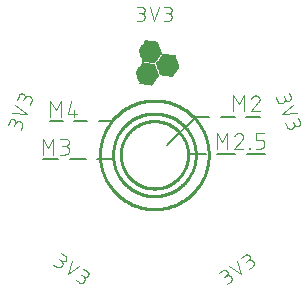
<source format=gbr>
G04 EAGLE Gerber RS-274X export*
G75*
%MOMM*%
%FSLAX34Y34*%
%LPD*%
%INSilkscreen Top*%
%IPPOS*%
%AMOC8*
5,1,8,0,0,1.08239X$1,22.5*%
G01*
%ADD10C,0.101600*%
%ADD11R,0.014731X0.014731*%
%ADD12R,0.147319X0.014731*%
%ADD13R,0.265175X0.014731*%
%ADD14R,0.383031X0.014731*%
%ADD15R,0.515619X0.014731*%
%ADD16R,0.633475X0.014731*%
%ADD17R,0.751331X0.014731*%
%ADD18R,0.883919X0.014731*%
%ADD19R,1.001775X0.014731*%
%ADD20R,1.119631X0.014731*%
%ADD21R,1.134363X0.014731*%
%ADD22R,1.149094X0.014731*%
%ADD23R,1.163825X0.014731*%
%ADD24R,1.178556X0.014731*%
%ADD25R,1.193288X0.014731*%
%ADD26R,1.222756X0.014731*%
%ADD27R,1.237488X0.014731*%
%ADD28R,1.266950X0.014731*%
%ADD29R,1.281681X0.014731*%
%ADD30R,1.311144X0.014731*%
%ADD31R,1.325881X0.014731*%
%ADD32R,1.355344X0.014731*%
%ADD33R,1.370075X0.014731*%
%ADD34R,1.384806X0.014731*%
%ADD35R,1.399538X0.014731*%
%ADD36R,1.414275X0.014731*%
%ADD37R,1.443738X0.014731*%
%ADD38R,1.458469X0.014731*%
%ADD39R,1.487931X0.014731*%
%ADD40R,1.502663X0.014731*%
%ADD41R,1.517394X0.014731*%
%ADD42R,1.532125X0.014731*%
%ADD43R,1.546856X0.014731*%
%ADD44R,1.576319X0.014731*%
%ADD45R,1.605788X0.014731*%
%ADD46R,1.620519X0.014731*%
%ADD47R,1.649981X0.014731*%
%ADD48R,1.664713X0.014731*%
%ADD49R,1.694175X0.014731*%
%ADD50R,1.708913X0.014731*%
%ADD51R,1.738375X0.014731*%
%ADD52R,1.753106X0.014731*%
%ADD53R,1.767838X0.014731*%
%ADD54R,1.782569X0.014731*%
%ADD55R,1.797306X0.014731*%
%ADD56R,0.117856X0.014731*%
%ADD57R,1.826769X0.014731*%
%ADD58R,0.235713X0.014731*%
%ADD59R,0.353569X0.014731*%
%ADD60R,1.856231X0.014731*%
%ADD61R,0.486156X0.014731*%
%ADD62R,1.870963X0.014731*%
%ADD63R,0.604013X0.014731*%
%ADD64R,0.721869X0.014731*%
%ADD65R,1.885694X0.014731*%
%ADD66R,0.839719X0.014731*%
%ADD67R,0.972306X0.014731*%
%ADD68R,1.090169X0.014731*%
%ADD69R,1.208025X0.014731*%
%ADD70R,1.252219X0.014731*%
%ADD71R,1.296412X0.014731*%
%ADD72R,1.340612X0.014731*%
%ADD73R,1.826763X0.014731*%
%ADD74R,1.414269X0.014731*%
%ADD75R,1.812031X0.014731*%
%ADD76R,1.429000X0.014731*%
%ADD77R,1.458462X0.014731*%
%ADD78R,1.473200X0.014731*%
%ADD79R,1.723644X0.014731*%
%ADD80R,1.694181X0.014731*%
%ADD81R,1.679450X0.014731*%
%ADD82R,1.561594X0.014731*%
%ADD83R,1.576325X0.014731*%
%ADD84R,1.591056X0.014731*%
%ADD85R,1.635250X0.014731*%
%ADD86R,1.561588X0.014731*%
%ADD87R,1.443731X0.014731*%
%ADD88R,1.797300X0.014731*%
%ADD89R,1.841500X0.014731*%
%ADD90R,1.311150X0.014731*%
%ADD91R,1.296419X0.014731*%
%ADD92R,1.193294X0.014731*%
%ADD93R,0.957575X0.014731*%
%ADD94R,0.589281X0.014731*%
%ADD95R,0.471425X0.014731*%
%ADD96R,0.220975X0.014731*%
%ADD97R,1.812038X0.014731*%
%ADD98R,0.103119X0.014731*%
%ADD99R,0.029463X0.014731*%
%ADD100R,0.162050X0.014731*%
%ADD101R,0.397763X0.014731*%
%ADD102R,0.648206X0.014731*%
%ADD103R,1.679444X0.014731*%
%ADD104R,1.016506X0.014731*%
%ADD105R,1.104900X0.014731*%
%ADD106R,1.222750X0.014731*%
%ADD107R,1.429006X0.014731*%
%ADD108R,1.208019X0.014731*%
%ADD109R,0.987044X0.014731*%
%ADD110R,0.854456X0.014731*%
%ADD111R,0.618744X0.014731*%
%ADD112R,0.500888X0.014731*%
%ADD113R,0.368300X0.014731*%
%ADD114R,0.132587X0.014731*%
%ADD115R,1.664719X0.014731*%
%ADD116R,1.075438X0.014731*%
%ADD117R,0.942844X0.014731*%
%ADD118R,0.707131X0.014731*%
%ADD119R,0.456694X0.014731*%
%ADD120R,0.088388X0.014731*%
%ADD121C,0.254000*%
%ADD122C,0.203200*%


D10*
X331524Y459658D02*
X334770Y459658D01*
X334883Y459660D01*
X334996Y459666D01*
X335109Y459676D01*
X335222Y459690D01*
X335334Y459707D01*
X335445Y459729D01*
X335555Y459754D01*
X335665Y459784D01*
X335773Y459817D01*
X335880Y459854D01*
X335986Y459894D01*
X336090Y459939D01*
X336193Y459987D01*
X336294Y460038D01*
X336393Y460093D01*
X336490Y460151D01*
X336585Y460213D01*
X336678Y460278D01*
X336768Y460346D01*
X336856Y460417D01*
X336942Y460492D01*
X337025Y460569D01*
X337105Y460649D01*
X337182Y460732D01*
X337257Y460818D01*
X337328Y460906D01*
X337396Y460996D01*
X337461Y461089D01*
X337523Y461184D01*
X337581Y461281D01*
X337636Y461380D01*
X337687Y461481D01*
X337735Y461584D01*
X337780Y461688D01*
X337820Y461794D01*
X337857Y461901D01*
X337890Y462009D01*
X337920Y462119D01*
X337945Y462229D01*
X337967Y462340D01*
X337984Y462452D01*
X337998Y462565D01*
X338008Y462678D01*
X338014Y462791D01*
X338016Y462904D01*
X338014Y463017D01*
X338008Y463130D01*
X337998Y463243D01*
X337984Y463356D01*
X337967Y463468D01*
X337945Y463579D01*
X337920Y463689D01*
X337890Y463799D01*
X337857Y463907D01*
X337820Y464014D01*
X337780Y464120D01*
X337735Y464224D01*
X337687Y464327D01*
X337636Y464428D01*
X337581Y464527D01*
X337523Y464624D01*
X337461Y464719D01*
X337396Y464812D01*
X337328Y464902D01*
X337257Y464990D01*
X337182Y465076D01*
X337105Y465159D01*
X337025Y465239D01*
X336942Y465316D01*
X336856Y465391D01*
X336768Y465462D01*
X336678Y465530D01*
X336585Y465595D01*
X336490Y465657D01*
X336393Y465715D01*
X336294Y465770D01*
X336193Y465821D01*
X336090Y465869D01*
X335986Y465914D01*
X335880Y465954D01*
X335773Y465991D01*
X335665Y466024D01*
X335555Y466054D01*
X335445Y466079D01*
X335334Y466101D01*
X335222Y466118D01*
X335109Y466132D01*
X334996Y466142D01*
X334883Y466148D01*
X334770Y466150D01*
X335419Y471342D02*
X331524Y471342D01*
X335419Y471342D02*
X335520Y471340D01*
X335620Y471334D01*
X335720Y471324D01*
X335820Y471311D01*
X335919Y471293D01*
X336018Y471272D01*
X336115Y471247D01*
X336212Y471218D01*
X336307Y471185D01*
X336401Y471149D01*
X336493Y471109D01*
X336584Y471066D01*
X336673Y471019D01*
X336760Y470969D01*
X336846Y470915D01*
X336929Y470858D01*
X337009Y470798D01*
X337088Y470735D01*
X337164Y470668D01*
X337237Y470599D01*
X337307Y470527D01*
X337375Y470453D01*
X337440Y470376D01*
X337501Y470296D01*
X337560Y470214D01*
X337615Y470130D01*
X337667Y470044D01*
X337716Y469956D01*
X337761Y469866D01*
X337803Y469774D01*
X337841Y469681D01*
X337875Y469586D01*
X337906Y469491D01*
X337933Y469394D01*
X337956Y469296D01*
X337976Y469197D01*
X337991Y469097D01*
X338003Y468997D01*
X338011Y468897D01*
X338015Y468796D01*
X338015Y468696D01*
X338011Y468595D01*
X338003Y468495D01*
X337991Y468395D01*
X337976Y468295D01*
X337956Y468196D01*
X337933Y468098D01*
X337906Y468001D01*
X337875Y467906D01*
X337841Y467811D01*
X337803Y467718D01*
X337761Y467626D01*
X337716Y467536D01*
X337667Y467448D01*
X337615Y467362D01*
X337560Y467278D01*
X337501Y467196D01*
X337440Y467116D01*
X337375Y467039D01*
X337307Y466965D01*
X337237Y466893D01*
X337164Y466824D01*
X337088Y466757D01*
X337009Y466694D01*
X336929Y466634D01*
X336846Y466577D01*
X336760Y466523D01*
X336673Y466473D01*
X336584Y466426D01*
X336493Y466383D01*
X336401Y466343D01*
X336307Y466307D01*
X336212Y466274D01*
X336115Y466245D01*
X336018Y466220D01*
X335919Y466199D01*
X335820Y466181D01*
X335720Y466168D01*
X335620Y466158D01*
X335520Y466152D01*
X335419Y466150D01*
X335419Y466149D02*
X332823Y466149D01*
X342305Y471342D02*
X346200Y459658D01*
X350095Y471342D01*
X354384Y459658D02*
X357630Y459658D01*
X357743Y459660D01*
X357856Y459666D01*
X357969Y459676D01*
X358082Y459690D01*
X358194Y459707D01*
X358305Y459729D01*
X358415Y459754D01*
X358525Y459784D01*
X358633Y459817D01*
X358740Y459854D01*
X358846Y459894D01*
X358950Y459939D01*
X359053Y459987D01*
X359154Y460038D01*
X359253Y460093D01*
X359350Y460151D01*
X359445Y460213D01*
X359538Y460278D01*
X359628Y460346D01*
X359716Y460417D01*
X359802Y460492D01*
X359885Y460569D01*
X359965Y460649D01*
X360042Y460732D01*
X360117Y460818D01*
X360188Y460906D01*
X360256Y460996D01*
X360321Y461089D01*
X360383Y461184D01*
X360441Y461281D01*
X360496Y461380D01*
X360547Y461481D01*
X360595Y461584D01*
X360640Y461688D01*
X360680Y461794D01*
X360717Y461901D01*
X360750Y462009D01*
X360780Y462119D01*
X360805Y462229D01*
X360827Y462340D01*
X360844Y462452D01*
X360858Y462565D01*
X360868Y462678D01*
X360874Y462791D01*
X360876Y462904D01*
X360874Y463017D01*
X360868Y463130D01*
X360858Y463243D01*
X360844Y463356D01*
X360827Y463468D01*
X360805Y463579D01*
X360780Y463689D01*
X360750Y463799D01*
X360717Y463907D01*
X360680Y464014D01*
X360640Y464120D01*
X360595Y464224D01*
X360547Y464327D01*
X360496Y464428D01*
X360441Y464527D01*
X360383Y464624D01*
X360321Y464719D01*
X360256Y464812D01*
X360188Y464902D01*
X360117Y464990D01*
X360042Y465076D01*
X359965Y465159D01*
X359885Y465239D01*
X359802Y465316D01*
X359716Y465391D01*
X359628Y465462D01*
X359538Y465530D01*
X359445Y465595D01*
X359350Y465657D01*
X359253Y465715D01*
X359154Y465770D01*
X359053Y465821D01*
X358950Y465869D01*
X358846Y465914D01*
X358740Y465954D01*
X358633Y465991D01*
X358525Y466024D01*
X358415Y466054D01*
X358305Y466079D01*
X358194Y466101D01*
X358082Y466118D01*
X357969Y466132D01*
X357856Y466142D01*
X357743Y466148D01*
X357630Y466150D01*
X358279Y471342D02*
X354384Y471342D01*
X358279Y471342D02*
X358380Y471340D01*
X358480Y471334D01*
X358580Y471324D01*
X358680Y471311D01*
X358779Y471293D01*
X358878Y471272D01*
X358975Y471247D01*
X359072Y471218D01*
X359167Y471185D01*
X359261Y471149D01*
X359353Y471109D01*
X359444Y471066D01*
X359533Y471019D01*
X359620Y470969D01*
X359706Y470915D01*
X359789Y470858D01*
X359869Y470798D01*
X359948Y470735D01*
X360024Y470668D01*
X360097Y470599D01*
X360167Y470527D01*
X360235Y470453D01*
X360300Y470376D01*
X360361Y470296D01*
X360420Y470214D01*
X360475Y470130D01*
X360527Y470044D01*
X360576Y469956D01*
X360621Y469866D01*
X360663Y469774D01*
X360701Y469681D01*
X360735Y469586D01*
X360766Y469491D01*
X360793Y469394D01*
X360816Y469296D01*
X360836Y469197D01*
X360851Y469097D01*
X360863Y468997D01*
X360871Y468897D01*
X360875Y468796D01*
X360875Y468696D01*
X360871Y468595D01*
X360863Y468495D01*
X360851Y468395D01*
X360836Y468295D01*
X360816Y468196D01*
X360793Y468098D01*
X360766Y468001D01*
X360735Y467906D01*
X360701Y467811D01*
X360663Y467718D01*
X360621Y467626D01*
X360576Y467536D01*
X360527Y467448D01*
X360475Y467362D01*
X360420Y467278D01*
X360361Y467196D01*
X360300Y467116D01*
X360235Y467039D01*
X360167Y466965D01*
X360097Y466893D01*
X360024Y466824D01*
X359948Y466757D01*
X359869Y466694D01*
X359789Y466634D01*
X359706Y466577D01*
X359620Y466523D01*
X359533Y466473D01*
X359444Y466426D01*
X359353Y466383D01*
X359261Y466343D01*
X359167Y466307D01*
X359072Y466274D01*
X358975Y466245D01*
X358878Y466220D01*
X358779Y466199D01*
X358680Y466181D01*
X358580Y466168D01*
X358480Y466158D01*
X358380Y466152D01*
X358279Y466150D01*
X358279Y466149D02*
X355683Y466149D01*
X449191Y394892D02*
X450301Y391843D01*
X450341Y391737D01*
X450386Y391633D01*
X450434Y391530D01*
X450485Y391429D01*
X450540Y391330D01*
X450598Y391233D01*
X450660Y391138D01*
X450725Y391045D01*
X450793Y390955D01*
X450864Y390867D01*
X450939Y390781D01*
X451016Y390698D01*
X451096Y390618D01*
X451179Y390541D01*
X451265Y390466D01*
X451353Y390395D01*
X451443Y390327D01*
X451536Y390262D01*
X451631Y390200D01*
X451728Y390142D01*
X451827Y390087D01*
X451928Y390036D01*
X452031Y389988D01*
X452135Y389943D01*
X452241Y389903D01*
X452348Y389866D01*
X452456Y389833D01*
X452566Y389803D01*
X452676Y389778D01*
X452787Y389756D01*
X452899Y389739D01*
X453012Y389725D01*
X453125Y389715D01*
X453238Y389709D01*
X453351Y389707D01*
X453464Y389709D01*
X453577Y389715D01*
X453690Y389725D01*
X453803Y389739D01*
X453915Y389756D01*
X454026Y389778D01*
X454136Y389803D01*
X454246Y389833D01*
X454354Y389866D01*
X454461Y389903D01*
X454567Y389943D01*
X454671Y389988D01*
X454774Y390036D01*
X454875Y390087D01*
X454974Y390142D01*
X455071Y390200D01*
X455166Y390262D01*
X455259Y390327D01*
X455349Y390395D01*
X455437Y390466D01*
X455523Y390541D01*
X455606Y390618D01*
X455686Y390698D01*
X455763Y390781D01*
X455838Y390867D01*
X455909Y390955D01*
X455977Y391045D01*
X456042Y391138D01*
X456104Y391233D01*
X456162Y391330D01*
X456217Y391429D01*
X456268Y391530D01*
X456316Y391633D01*
X456361Y391737D01*
X456401Y391843D01*
X456438Y391950D01*
X456471Y392058D01*
X456501Y392168D01*
X456526Y392278D01*
X456548Y392389D01*
X456565Y392501D01*
X456579Y392614D01*
X456589Y392727D01*
X456595Y392840D01*
X456597Y392953D01*
X456595Y393066D01*
X456589Y393179D01*
X456579Y393292D01*
X456565Y393405D01*
X456548Y393517D01*
X456526Y393628D01*
X456501Y393738D01*
X456471Y393848D01*
X456438Y393956D01*
X456401Y394063D01*
X461502Y395229D02*
X460170Y398889D01*
X461501Y395229D02*
X461534Y395134D01*
X461563Y395037D01*
X461588Y394940D01*
X461609Y394841D01*
X461627Y394742D01*
X461640Y394642D01*
X461650Y394542D01*
X461656Y394442D01*
X461658Y394341D01*
X461656Y394240D01*
X461650Y394140D01*
X461640Y394040D01*
X461627Y393940D01*
X461609Y393841D01*
X461588Y393742D01*
X461563Y393645D01*
X461534Y393548D01*
X461501Y393453D01*
X461465Y393359D01*
X461425Y393267D01*
X461382Y393176D01*
X461335Y393087D01*
X461285Y393000D01*
X461231Y392914D01*
X461174Y392831D01*
X461114Y392751D01*
X461051Y392672D01*
X460984Y392596D01*
X460915Y392523D01*
X460843Y392453D01*
X460769Y392385D01*
X460692Y392320D01*
X460612Y392259D01*
X460530Y392200D01*
X460446Y392145D01*
X460360Y392093D01*
X460272Y392044D01*
X460182Y391999D01*
X460090Y391957D01*
X459997Y391919D01*
X459902Y391885D01*
X459807Y391854D01*
X459710Y391827D01*
X459612Y391804D01*
X459513Y391784D01*
X459413Y391769D01*
X459313Y391757D01*
X459213Y391749D01*
X459112Y391745D01*
X459012Y391745D01*
X458911Y391749D01*
X458811Y391757D01*
X458711Y391769D01*
X458611Y391784D01*
X458512Y391804D01*
X458414Y391827D01*
X458317Y391854D01*
X458222Y391885D01*
X458127Y391919D01*
X458034Y391957D01*
X457942Y391999D01*
X457852Y392044D01*
X457764Y392093D01*
X457678Y392145D01*
X457594Y392200D01*
X457512Y392259D01*
X457432Y392320D01*
X457355Y392385D01*
X457281Y392453D01*
X457209Y392523D01*
X457140Y392596D01*
X457073Y392672D01*
X457010Y392751D01*
X456950Y392831D01*
X456893Y392914D01*
X456839Y393000D01*
X456789Y393087D01*
X456742Y393176D01*
X456699Y393267D01*
X456659Y393359D01*
X456623Y393453D01*
X455735Y395893D01*
X463858Y388758D02*
X454210Y381102D01*
X466522Y381438D01*
X457009Y373411D02*
X458120Y370361D01*
X458119Y370361D02*
X458159Y370255D01*
X458204Y370151D01*
X458252Y370048D01*
X458303Y369947D01*
X458358Y369848D01*
X458416Y369751D01*
X458478Y369656D01*
X458543Y369563D01*
X458611Y369473D01*
X458682Y369385D01*
X458757Y369299D01*
X458834Y369216D01*
X458914Y369136D01*
X458997Y369059D01*
X459083Y368984D01*
X459171Y368913D01*
X459261Y368845D01*
X459354Y368780D01*
X459449Y368718D01*
X459546Y368660D01*
X459645Y368605D01*
X459746Y368554D01*
X459849Y368506D01*
X459953Y368461D01*
X460059Y368421D01*
X460166Y368384D01*
X460274Y368351D01*
X460384Y368321D01*
X460494Y368296D01*
X460605Y368274D01*
X460717Y368257D01*
X460830Y368243D01*
X460943Y368233D01*
X461056Y368227D01*
X461169Y368225D01*
X461282Y368227D01*
X461395Y368233D01*
X461508Y368243D01*
X461621Y368257D01*
X461733Y368274D01*
X461844Y368296D01*
X461954Y368321D01*
X462064Y368351D01*
X462172Y368384D01*
X462279Y368421D01*
X462385Y368461D01*
X462489Y368506D01*
X462592Y368554D01*
X462693Y368605D01*
X462792Y368660D01*
X462889Y368718D01*
X462984Y368780D01*
X463077Y368845D01*
X463167Y368913D01*
X463255Y368984D01*
X463341Y369059D01*
X463424Y369136D01*
X463504Y369216D01*
X463581Y369299D01*
X463656Y369385D01*
X463727Y369473D01*
X463795Y369563D01*
X463860Y369656D01*
X463922Y369751D01*
X463980Y369848D01*
X464035Y369947D01*
X464086Y370048D01*
X464134Y370151D01*
X464179Y370255D01*
X464219Y370361D01*
X464256Y370468D01*
X464289Y370576D01*
X464319Y370686D01*
X464344Y370796D01*
X464366Y370907D01*
X464383Y371019D01*
X464397Y371132D01*
X464407Y371245D01*
X464413Y371358D01*
X464415Y371471D01*
X464413Y371584D01*
X464407Y371697D01*
X464397Y371810D01*
X464383Y371923D01*
X464366Y372035D01*
X464344Y372146D01*
X464319Y372256D01*
X464289Y372366D01*
X464256Y372474D01*
X464219Y372581D01*
X469321Y373747D02*
X467989Y377407D01*
X469320Y373747D02*
X469353Y373652D01*
X469382Y373555D01*
X469407Y373458D01*
X469428Y373359D01*
X469446Y373260D01*
X469459Y373160D01*
X469469Y373060D01*
X469475Y372960D01*
X469477Y372859D01*
X469475Y372758D01*
X469469Y372658D01*
X469459Y372558D01*
X469446Y372458D01*
X469428Y372359D01*
X469407Y372260D01*
X469382Y372163D01*
X469353Y372066D01*
X469320Y371971D01*
X469284Y371877D01*
X469244Y371785D01*
X469201Y371694D01*
X469154Y371605D01*
X469104Y371518D01*
X469050Y371432D01*
X468993Y371349D01*
X468933Y371269D01*
X468870Y371190D01*
X468803Y371114D01*
X468734Y371041D01*
X468662Y370971D01*
X468588Y370903D01*
X468511Y370838D01*
X468431Y370777D01*
X468349Y370718D01*
X468265Y370663D01*
X468179Y370611D01*
X468091Y370562D01*
X468001Y370517D01*
X467909Y370475D01*
X467816Y370437D01*
X467721Y370403D01*
X467626Y370372D01*
X467529Y370345D01*
X467431Y370322D01*
X467332Y370302D01*
X467232Y370287D01*
X467132Y370275D01*
X467032Y370267D01*
X466931Y370263D01*
X466831Y370263D01*
X466730Y370267D01*
X466630Y370275D01*
X466530Y370287D01*
X466430Y370302D01*
X466331Y370322D01*
X466233Y370345D01*
X466136Y370372D01*
X466041Y370403D01*
X465946Y370437D01*
X465853Y370475D01*
X465761Y370517D01*
X465671Y370562D01*
X465583Y370611D01*
X465497Y370663D01*
X465413Y370718D01*
X465331Y370777D01*
X465251Y370838D01*
X465174Y370903D01*
X465100Y370971D01*
X465028Y371041D01*
X464959Y371114D01*
X464892Y371190D01*
X464829Y371269D01*
X464769Y371349D01*
X464712Y371432D01*
X464658Y371518D01*
X464608Y371605D01*
X464561Y371694D01*
X464518Y371785D01*
X464478Y371877D01*
X464442Y371971D01*
X464441Y371971D02*
X463553Y374411D01*
X410288Y238359D02*
X407629Y236497D01*
X410288Y238358D02*
X410379Y238425D01*
X410469Y238494D01*
X410556Y238567D01*
X410640Y238643D01*
X410721Y238722D01*
X410800Y238803D01*
X410876Y238887D01*
X410949Y238974D01*
X411018Y239064D01*
X411085Y239155D01*
X411148Y239249D01*
X411208Y239345D01*
X411265Y239443D01*
X411318Y239543D01*
X411368Y239645D01*
X411414Y239749D01*
X411456Y239854D01*
X411495Y239960D01*
X411530Y240068D01*
X411561Y240177D01*
X411589Y240287D01*
X411612Y240398D01*
X411632Y240509D01*
X411648Y240621D01*
X411660Y240734D01*
X411668Y240847D01*
X411672Y240960D01*
X411672Y241074D01*
X411668Y241187D01*
X411660Y241300D01*
X411648Y241413D01*
X411632Y241525D01*
X411612Y241636D01*
X411589Y241747D01*
X411561Y241857D01*
X411530Y241966D01*
X411495Y242074D01*
X411456Y242180D01*
X411414Y242285D01*
X411368Y242389D01*
X411318Y242491D01*
X411265Y242591D01*
X411208Y242689D01*
X411148Y242785D01*
X411085Y242879D01*
X411018Y242970D01*
X410949Y243060D01*
X410876Y243147D01*
X410800Y243231D01*
X410721Y243312D01*
X410640Y243391D01*
X410556Y243467D01*
X410469Y243540D01*
X410380Y243609D01*
X410288Y243676D01*
X410194Y243739D01*
X410098Y243799D01*
X410000Y243856D01*
X409900Y243909D01*
X409798Y243959D01*
X409694Y244005D01*
X409589Y244047D01*
X409483Y244086D01*
X409375Y244121D01*
X409266Y244152D01*
X409156Y244180D01*
X409045Y244203D01*
X408934Y244223D01*
X408822Y244239D01*
X408709Y244251D01*
X408596Y244259D01*
X408483Y244263D01*
X408369Y244263D01*
X408256Y244259D01*
X408143Y244251D01*
X408030Y244239D01*
X407918Y244223D01*
X407807Y244203D01*
X407696Y244180D01*
X407586Y244152D01*
X407477Y244121D01*
X407369Y244086D01*
X407263Y244047D01*
X407158Y244005D01*
X407054Y243959D01*
X406952Y243909D01*
X406852Y243856D01*
X406754Y243799D01*
X406658Y243739D01*
X406564Y243676D01*
X404118Y248302D02*
X400928Y246068D01*
X404118Y248302D02*
X404202Y248358D01*
X404287Y248411D01*
X404375Y248460D01*
X404464Y248506D01*
X404556Y248549D01*
X404649Y248588D01*
X404743Y248623D01*
X404838Y248655D01*
X404935Y248683D01*
X405033Y248707D01*
X405131Y248727D01*
X405231Y248744D01*
X405331Y248756D01*
X405431Y248765D01*
X405532Y248770D01*
X405632Y248771D01*
X405733Y248768D01*
X405833Y248761D01*
X405933Y248750D01*
X406033Y248736D01*
X406132Y248717D01*
X406230Y248695D01*
X406327Y248669D01*
X406424Y248639D01*
X406519Y248606D01*
X406612Y248569D01*
X406704Y248528D01*
X406795Y248483D01*
X406883Y248436D01*
X406970Y248384D01*
X407054Y248330D01*
X407137Y248272D01*
X407217Y248211D01*
X407295Y248147D01*
X407370Y248080D01*
X407443Y248011D01*
X407512Y247938D01*
X407579Y247863D01*
X407643Y247785D01*
X407704Y247705D01*
X407762Y247622D01*
X407816Y247538D01*
X407868Y247451D01*
X407915Y247363D01*
X407960Y247272D01*
X408001Y247180D01*
X408038Y247086D01*
X408071Y246992D01*
X408101Y246895D01*
X408127Y246798D01*
X408149Y246700D01*
X408168Y246601D01*
X408182Y246501D01*
X408193Y246401D01*
X408200Y246301D01*
X408203Y246200D01*
X408202Y246100D01*
X408197Y245999D01*
X408188Y245899D01*
X408176Y245799D01*
X408159Y245699D01*
X408139Y245601D01*
X408115Y245503D01*
X408087Y245406D01*
X408055Y245311D01*
X408020Y245217D01*
X407981Y245124D01*
X407938Y245032D01*
X407892Y244943D01*
X407843Y244855D01*
X407790Y244770D01*
X407734Y244686D01*
X407674Y244605D01*
X407612Y244526D01*
X407546Y244449D01*
X407478Y244375D01*
X407407Y244304D01*
X407333Y244236D01*
X407256Y244170D01*
X407177Y244108D01*
X407096Y244048D01*
X404970Y242559D01*
X409759Y252252D02*
X419651Y244914D01*
X416139Y256719D01*
X426355Y249609D02*
X429014Y251470D01*
X429105Y251537D01*
X429195Y251606D01*
X429282Y251679D01*
X429366Y251755D01*
X429447Y251834D01*
X429526Y251915D01*
X429602Y251999D01*
X429675Y252086D01*
X429744Y252176D01*
X429811Y252267D01*
X429874Y252361D01*
X429934Y252457D01*
X429991Y252555D01*
X430044Y252655D01*
X430094Y252757D01*
X430140Y252861D01*
X430182Y252966D01*
X430221Y253072D01*
X430256Y253180D01*
X430287Y253289D01*
X430315Y253399D01*
X430338Y253510D01*
X430358Y253621D01*
X430374Y253733D01*
X430386Y253846D01*
X430394Y253959D01*
X430398Y254072D01*
X430398Y254186D01*
X430394Y254299D01*
X430386Y254412D01*
X430374Y254525D01*
X430358Y254637D01*
X430338Y254748D01*
X430315Y254859D01*
X430287Y254969D01*
X430256Y255078D01*
X430221Y255186D01*
X430182Y255292D01*
X430140Y255397D01*
X430094Y255501D01*
X430044Y255603D01*
X429991Y255703D01*
X429934Y255801D01*
X429874Y255897D01*
X429811Y255991D01*
X429744Y256082D01*
X429675Y256172D01*
X429602Y256259D01*
X429526Y256343D01*
X429447Y256424D01*
X429366Y256503D01*
X429282Y256579D01*
X429195Y256652D01*
X429106Y256721D01*
X429014Y256788D01*
X428920Y256851D01*
X428824Y256911D01*
X428726Y256968D01*
X428626Y257021D01*
X428524Y257071D01*
X428420Y257117D01*
X428315Y257159D01*
X428209Y257198D01*
X428101Y257233D01*
X427992Y257264D01*
X427882Y257292D01*
X427771Y257315D01*
X427660Y257335D01*
X427548Y257351D01*
X427435Y257363D01*
X427322Y257371D01*
X427209Y257375D01*
X427095Y257375D01*
X426982Y257371D01*
X426869Y257363D01*
X426756Y257351D01*
X426644Y257335D01*
X426533Y257315D01*
X426422Y257292D01*
X426312Y257264D01*
X426203Y257233D01*
X426095Y257198D01*
X425989Y257159D01*
X425884Y257117D01*
X425780Y257071D01*
X425678Y257021D01*
X425578Y256968D01*
X425480Y256911D01*
X425384Y256851D01*
X425290Y256788D01*
X422844Y261414D02*
X419653Y259180D01*
X422844Y261414D02*
X422928Y261470D01*
X423013Y261523D01*
X423101Y261572D01*
X423190Y261618D01*
X423282Y261661D01*
X423375Y261700D01*
X423469Y261735D01*
X423564Y261767D01*
X423661Y261795D01*
X423759Y261819D01*
X423857Y261839D01*
X423957Y261856D01*
X424057Y261868D01*
X424157Y261877D01*
X424258Y261882D01*
X424358Y261883D01*
X424459Y261880D01*
X424559Y261873D01*
X424659Y261862D01*
X424759Y261848D01*
X424858Y261829D01*
X424956Y261807D01*
X425053Y261781D01*
X425150Y261751D01*
X425245Y261718D01*
X425338Y261681D01*
X425430Y261640D01*
X425521Y261595D01*
X425609Y261548D01*
X425696Y261496D01*
X425780Y261442D01*
X425863Y261384D01*
X425943Y261323D01*
X426021Y261259D01*
X426096Y261192D01*
X426169Y261123D01*
X426238Y261050D01*
X426305Y260975D01*
X426369Y260897D01*
X426430Y260817D01*
X426488Y260734D01*
X426542Y260650D01*
X426594Y260563D01*
X426641Y260475D01*
X426686Y260384D01*
X426727Y260292D01*
X426764Y260198D01*
X426797Y260104D01*
X426827Y260007D01*
X426853Y259910D01*
X426875Y259812D01*
X426894Y259713D01*
X426908Y259613D01*
X426919Y259513D01*
X426926Y259413D01*
X426929Y259312D01*
X426928Y259212D01*
X426923Y259111D01*
X426914Y259011D01*
X426902Y258911D01*
X426885Y258811D01*
X426865Y258713D01*
X426841Y258615D01*
X426813Y258518D01*
X426781Y258423D01*
X426746Y258329D01*
X426707Y258236D01*
X426664Y258144D01*
X426618Y258055D01*
X426569Y257967D01*
X426516Y257882D01*
X426460Y257798D01*
X426400Y257717D01*
X426338Y257638D01*
X426272Y257561D01*
X426204Y257487D01*
X426133Y257416D01*
X426059Y257348D01*
X425982Y257282D01*
X425903Y257220D01*
X425822Y257160D01*
X423695Y255671D01*
X263386Y251470D02*
X260728Y253332D01*
X263386Y251470D02*
X263480Y251407D01*
X263576Y251347D01*
X263674Y251290D01*
X263774Y251237D01*
X263876Y251187D01*
X263980Y251141D01*
X264085Y251099D01*
X264191Y251060D01*
X264299Y251025D01*
X264408Y250994D01*
X264518Y250966D01*
X264629Y250943D01*
X264740Y250923D01*
X264852Y250907D01*
X264965Y250895D01*
X265078Y250887D01*
X265191Y250883D01*
X265305Y250883D01*
X265418Y250887D01*
X265531Y250895D01*
X265644Y250907D01*
X265756Y250923D01*
X265867Y250943D01*
X265978Y250966D01*
X266088Y250994D01*
X266197Y251025D01*
X266305Y251060D01*
X266411Y251099D01*
X266516Y251141D01*
X266620Y251187D01*
X266722Y251237D01*
X266822Y251290D01*
X266920Y251347D01*
X267016Y251407D01*
X267110Y251470D01*
X267201Y251537D01*
X267291Y251606D01*
X267378Y251679D01*
X267462Y251755D01*
X267543Y251834D01*
X267622Y251915D01*
X267698Y251999D01*
X267771Y252086D01*
X267840Y252176D01*
X267907Y252267D01*
X267970Y252361D01*
X268030Y252457D01*
X268087Y252555D01*
X268140Y252655D01*
X268190Y252757D01*
X268236Y252861D01*
X268278Y252966D01*
X268317Y253072D01*
X268352Y253180D01*
X268383Y253289D01*
X268411Y253399D01*
X268434Y253510D01*
X268454Y253621D01*
X268470Y253733D01*
X268482Y253846D01*
X268490Y253959D01*
X268494Y254072D01*
X268494Y254186D01*
X268490Y254299D01*
X268482Y254412D01*
X268470Y254525D01*
X268454Y254637D01*
X268434Y254748D01*
X268411Y254859D01*
X268383Y254969D01*
X268352Y255078D01*
X268317Y255186D01*
X268278Y255292D01*
X268236Y255397D01*
X268190Y255501D01*
X268140Y255603D01*
X268087Y255703D01*
X268030Y255801D01*
X267970Y255897D01*
X267907Y255991D01*
X267840Y256082D01*
X267771Y256172D01*
X267698Y256259D01*
X267622Y256343D01*
X267543Y256424D01*
X267462Y256503D01*
X267378Y256579D01*
X267291Y256652D01*
X267202Y256721D01*
X267110Y256788D01*
X270620Y260669D02*
X267429Y262903D01*
X270619Y260669D02*
X270700Y260609D01*
X270779Y260547D01*
X270856Y260481D01*
X270930Y260413D01*
X271001Y260342D01*
X271069Y260268D01*
X271135Y260191D01*
X271197Y260112D01*
X271257Y260031D01*
X271313Y259947D01*
X271366Y259862D01*
X271415Y259774D01*
X271461Y259685D01*
X271504Y259593D01*
X271543Y259500D01*
X271578Y259406D01*
X271610Y259311D01*
X271638Y259214D01*
X271662Y259116D01*
X271682Y259018D01*
X271699Y258918D01*
X271711Y258818D01*
X271720Y258718D01*
X271725Y258618D01*
X271726Y258517D01*
X271723Y258416D01*
X271716Y258316D01*
X271705Y258216D01*
X271691Y258116D01*
X271672Y258017D01*
X271650Y257919D01*
X271624Y257822D01*
X271594Y257725D01*
X271561Y257631D01*
X271524Y257537D01*
X271483Y257445D01*
X271438Y257354D01*
X271391Y257266D01*
X271339Y257179D01*
X271285Y257095D01*
X271227Y257012D01*
X271166Y256932D01*
X271102Y256854D01*
X271035Y256779D01*
X270966Y256706D01*
X270893Y256637D01*
X270818Y256570D01*
X270740Y256506D01*
X270660Y256445D01*
X270577Y256387D01*
X270493Y256333D01*
X270406Y256281D01*
X270318Y256234D01*
X270227Y256189D01*
X270135Y256148D01*
X270041Y256111D01*
X269947Y256078D01*
X269850Y256048D01*
X269753Y256022D01*
X269655Y256000D01*
X269556Y255981D01*
X269456Y255967D01*
X269356Y255956D01*
X269256Y255949D01*
X269155Y255946D01*
X269054Y255947D01*
X268954Y255952D01*
X268854Y255961D01*
X268754Y255973D01*
X268654Y255990D01*
X268556Y256010D01*
X268458Y256034D01*
X268361Y256062D01*
X268266Y256094D01*
X268172Y256129D01*
X268079Y256168D01*
X267987Y256211D01*
X267898Y256257D01*
X267810Y256306D01*
X267725Y256359D01*
X267641Y256415D01*
X265514Y257905D01*
X276260Y256719D02*
X272749Y244914D01*
X282641Y252252D01*
X279453Y240220D02*
X282112Y238358D01*
X282206Y238295D01*
X282302Y238235D01*
X282400Y238178D01*
X282500Y238125D01*
X282602Y238075D01*
X282706Y238029D01*
X282811Y237987D01*
X282917Y237948D01*
X283025Y237913D01*
X283134Y237882D01*
X283244Y237854D01*
X283355Y237831D01*
X283466Y237811D01*
X283578Y237795D01*
X283691Y237783D01*
X283804Y237775D01*
X283917Y237771D01*
X284031Y237771D01*
X284144Y237775D01*
X284257Y237783D01*
X284370Y237795D01*
X284482Y237811D01*
X284593Y237831D01*
X284704Y237854D01*
X284814Y237882D01*
X284923Y237913D01*
X285031Y237948D01*
X285137Y237987D01*
X285242Y238029D01*
X285346Y238075D01*
X285448Y238125D01*
X285548Y238178D01*
X285646Y238235D01*
X285742Y238295D01*
X285836Y238358D01*
X285927Y238425D01*
X286017Y238494D01*
X286104Y238567D01*
X286188Y238643D01*
X286269Y238722D01*
X286348Y238803D01*
X286424Y238887D01*
X286497Y238974D01*
X286566Y239064D01*
X286633Y239155D01*
X286696Y239249D01*
X286756Y239345D01*
X286813Y239443D01*
X286866Y239543D01*
X286916Y239645D01*
X286962Y239749D01*
X287004Y239854D01*
X287043Y239960D01*
X287078Y240068D01*
X287109Y240177D01*
X287137Y240287D01*
X287160Y240398D01*
X287180Y240509D01*
X287196Y240621D01*
X287208Y240734D01*
X287216Y240847D01*
X287220Y240960D01*
X287220Y241074D01*
X287216Y241187D01*
X287208Y241300D01*
X287196Y241413D01*
X287180Y241525D01*
X287160Y241636D01*
X287137Y241747D01*
X287109Y241857D01*
X287078Y241966D01*
X287043Y242074D01*
X287004Y242180D01*
X286962Y242285D01*
X286916Y242389D01*
X286866Y242491D01*
X286813Y242591D01*
X286756Y242689D01*
X286696Y242785D01*
X286633Y242879D01*
X286566Y242970D01*
X286497Y243060D01*
X286424Y243147D01*
X286348Y243231D01*
X286269Y243312D01*
X286188Y243391D01*
X286104Y243467D01*
X286017Y243540D01*
X285928Y243609D01*
X285836Y243676D01*
X289345Y247557D02*
X286155Y249791D01*
X289345Y247557D02*
X289426Y247497D01*
X289505Y247435D01*
X289582Y247369D01*
X289656Y247301D01*
X289727Y247230D01*
X289795Y247156D01*
X289861Y247079D01*
X289923Y247000D01*
X289983Y246919D01*
X290039Y246835D01*
X290092Y246750D01*
X290141Y246662D01*
X290187Y246573D01*
X290230Y246481D01*
X290269Y246388D01*
X290304Y246294D01*
X290336Y246199D01*
X290364Y246102D01*
X290388Y246004D01*
X290408Y245906D01*
X290425Y245806D01*
X290437Y245706D01*
X290446Y245606D01*
X290451Y245506D01*
X290452Y245405D01*
X290449Y245304D01*
X290442Y245204D01*
X290431Y245104D01*
X290417Y245004D01*
X290398Y244905D01*
X290376Y244807D01*
X290350Y244710D01*
X290320Y244613D01*
X290287Y244519D01*
X290250Y244425D01*
X290209Y244333D01*
X290164Y244242D01*
X290117Y244154D01*
X290065Y244067D01*
X290011Y243983D01*
X289953Y243900D01*
X289892Y243820D01*
X289828Y243742D01*
X289761Y243667D01*
X289692Y243594D01*
X289619Y243525D01*
X289544Y243458D01*
X289466Y243394D01*
X289386Y243333D01*
X289303Y243275D01*
X289219Y243221D01*
X289132Y243169D01*
X289044Y243122D01*
X288953Y243077D01*
X288861Y243036D01*
X288767Y242999D01*
X288673Y242966D01*
X288576Y242936D01*
X288479Y242910D01*
X288381Y242888D01*
X288282Y242869D01*
X288182Y242855D01*
X288082Y242844D01*
X287982Y242837D01*
X287881Y242834D01*
X287780Y242835D01*
X287680Y242840D01*
X287580Y242849D01*
X287480Y242861D01*
X287380Y242878D01*
X287282Y242898D01*
X287184Y242922D01*
X287087Y242950D01*
X286992Y242982D01*
X286898Y243017D01*
X286805Y243056D01*
X286713Y243099D01*
X286624Y243145D01*
X286536Y243194D01*
X286451Y243247D01*
X286367Y243303D01*
X284240Y244793D01*
X233170Y367311D02*
X234280Y370361D01*
X234281Y370361D02*
X234318Y370468D01*
X234351Y370576D01*
X234381Y370686D01*
X234406Y370796D01*
X234428Y370907D01*
X234445Y371019D01*
X234459Y371132D01*
X234469Y371245D01*
X234475Y371358D01*
X234477Y371471D01*
X234475Y371584D01*
X234469Y371697D01*
X234459Y371810D01*
X234445Y371923D01*
X234428Y372035D01*
X234406Y372146D01*
X234381Y372256D01*
X234351Y372366D01*
X234318Y372474D01*
X234281Y372581D01*
X234241Y372687D01*
X234196Y372791D01*
X234148Y372894D01*
X234097Y372995D01*
X234042Y373094D01*
X233984Y373191D01*
X233922Y373286D01*
X233857Y373379D01*
X233789Y373469D01*
X233718Y373557D01*
X233643Y373643D01*
X233566Y373726D01*
X233486Y373806D01*
X233403Y373883D01*
X233317Y373958D01*
X233229Y374029D01*
X233139Y374097D01*
X233046Y374162D01*
X232951Y374224D01*
X232854Y374282D01*
X232755Y374337D01*
X232654Y374388D01*
X232551Y374436D01*
X232447Y374481D01*
X232341Y374521D01*
X232234Y374558D01*
X232126Y374591D01*
X232016Y374621D01*
X231906Y374646D01*
X231795Y374668D01*
X231683Y374685D01*
X231570Y374699D01*
X231457Y374709D01*
X231344Y374715D01*
X231231Y374717D01*
X231118Y374715D01*
X231005Y374709D01*
X230892Y374699D01*
X230779Y374685D01*
X230667Y374668D01*
X230556Y374646D01*
X230446Y374621D01*
X230336Y374591D01*
X230228Y374558D01*
X230121Y374521D01*
X230015Y374481D01*
X229911Y374436D01*
X229808Y374388D01*
X229707Y374337D01*
X229608Y374282D01*
X229511Y374224D01*
X229416Y374162D01*
X229323Y374097D01*
X229233Y374029D01*
X229145Y373958D01*
X229059Y373883D01*
X228976Y373806D01*
X228896Y373726D01*
X228819Y373643D01*
X228744Y373557D01*
X228673Y373469D01*
X228605Y373379D01*
X228540Y373286D01*
X228478Y373191D01*
X228420Y373094D01*
X228365Y372995D01*
X228314Y372894D01*
X228266Y372791D01*
X228221Y372687D01*
X228181Y372581D01*
X223523Y374967D02*
X222191Y371308D01*
X223524Y374967D02*
X223560Y375061D01*
X223600Y375153D01*
X223643Y375244D01*
X223690Y375333D01*
X223740Y375420D01*
X223794Y375506D01*
X223851Y375589D01*
X223911Y375669D01*
X223974Y375748D01*
X224041Y375824D01*
X224110Y375897D01*
X224182Y375967D01*
X224256Y376035D01*
X224333Y376100D01*
X224413Y376161D01*
X224495Y376220D01*
X224579Y376275D01*
X224665Y376327D01*
X224753Y376376D01*
X224843Y376421D01*
X224935Y376463D01*
X225028Y376501D01*
X225123Y376535D01*
X225218Y376566D01*
X225315Y376593D01*
X225413Y376616D01*
X225512Y376636D01*
X225612Y376651D01*
X225712Y376663D01*
X225812Y376671D01*
X225913Y376675D01*
X226013Y376675D01*
X226114Y376671D01*
X226214Y376663D01*
X226314Y376651D01*
X226414Y376636D01*
X226513Y376616D01*
X226611Y376593D01*
X226708Y376566D01*
X226803Y376535D01*
X226898Y376501D01*
X226991Y376463D01*
X227083Y376421D01*
X227173Y376376D01*
X227261Y376327D01*
X227347Y376275D01*
X227431Y376220D01*
X227513Y376161D01*
X227593Y376100D01*
X227670Y376035D01*
X227744Y375967D01*
X227816Y375897D01*
X227885Y375824D01*
X227952Y375748D01*
X228015Y375669D01*
X228075Y375589D01*
X228132Y375506D01*
X228186Y375420D01*
X228236Y375333D01*
X228283Y375244D01*
X228326Y375153D01*
X228366Y375061D01*
X228402Y374967D01*
X228435Y374872D01*
X228464Y374775D01*
X228489Y374678D01*
X228510Y374579D01*
X228528Y374480D01*
X228541Y374380D01*
X228551Y374280D01*
X228557Y374180D01*
X228559Y374079D01*
X228557Y373978D01*
X228551Y373878D01*
X228541Y373778D01*
X228528Y373678D01*
X228510Y373579D01*
X228489Y373480D01*
X228464Y373383D01*
X228435Y373286D01*
X228402Y373191D01*
X228403Y373191D02*
X227515Y370751D01*
X225878Y381438D02*
X238190Y381102D01*
X228542Y388758D01*
X240989Y388793D02*
X242099Y391842D01*
X242099Y391843D02*
X242136Y391950D01*
X242169Y392058D01*
X242199Y392168D01*
X242224Y392278D01*
X242246Y392389D01*
X242263Y392501D01*
X242277Y392614D01*
X242287Y392727D01*
X242293Y392840D01*
X242295Y392953D01*
X242293Y393066D01*
X242287Y393179D01*
X242277Y393292D01*
X242263Y393405D01*
X242246Y393517D01*
X242224Y393628D01*
X242199Y393738D01*
X242169Y393848D01*
X242136Y393956D01*
X242099Y394063D01*
X242059Y394169D01*
X242014Y394273D01*
X241966Y394376D01*
X241915Y394477D01*
X241860Y394576D01*
X241802Y394673D01*
X241740Y394768D01*
X241675Y394861D01*
X241607Y394951D01*
X241536Y395039D01*
X241461Y395125D01*
X241384Y395208D01*
X241304Y395288D01*
X241221Y395365D01*
X241135Y395440D01*
X241047Y395511D01*
X240957Y395579D01*
X240864Y395644D01*
X240769Y395706D01*
X240672Y395764D01*
X240573Y395819D01*
X240472Y395870D01*
X240369Y395918D01*
X240265Y395963D01*
X240159Y396003D01*
X240052Y396040D01*
X239944Y396073D01*
X239834Y396103D01*
X239724Y396128D01*
X239613Y396150D01*
X239501Y396167D01*
X239388Y396181D01*
X239275Y396191D01*
X239162Y396197D01*
X239049Y396199D01*
X238936Y396197D01*
X238823Y396191D01*
X238710Y396181D01*
X238597Y396167D01*
X238485Y396150D01*
X238374Y396128D01*
X238264Y396103D01*
X238154Y396073D01*
X238046Y396040D01*
X237939Y396003D01*
X237833Y395963D01*
X237729Y395918D01*
X237626Y395870D01*
X237525Y395819D01*
X237426Y395764D01*
X237329Y395706D01*
X237234Y395644D01*
X237141Y395579D01*
X237051Y395511D01*
X236963Y395440D01*
X236877Y395365D01*
X236794Y395288D01*
X236714Y395208D01*
X236637Y395125D01*
X236562Y395039D01*
X236491Y394951D01*
X236423Y394861D01*
X236358Y394768D01*
X236296Y394673D01*
X236238Y394576D01*
X236183Y394477D01*
X236132Y394376D01*
X236084Y394273D01*
X236039Y394169D01*
X235999Y394063D01*
X231342Y396449D02*
X230009Y392789D01*
X231342Y396449D02*
X231378Y396543D01*
X231418Y396635D01*
X231461Y396726D01*
X231508Y396815D01*
X231558Y396902D01*
X231612Y396988D01*
X231669Y397071D01*
X231729Y397151D01*
X231792Y397230D01*
X231859Y397306D01*
X231928Y397379D01*
X232000Y397449D01*
X232074Y397517D01*
X232151Y397582D01*
X232231Y397643D01*
X232313Y397702D01*
X232397Y397757D01*
X232483Y397809D01*
X232571Y397858D01*
X232661Y397903D01*
X232753Y397945D01*
X232846Y397983D01*
X232941Y398017D01*
X233036Y398048D01*
X233133Y398075D01*
X233231Y398098D01*
X233330Y398118D01*
X233430Y398133D01*
X233530Y398145D01*
X233630Y398153D01*
X233731Y398157D01*
X233831Y398157D01*
X233932Y398153D01*
X234032Y398145D01*
X234132Y398133D01*
X234232Y398118D01*
X234331Y398098D01*
X234429Y398075D01*
X234526Y398048D01*
X234621Y398017D01*
X234716Y397983D01*
X234809Y397945D01*
X234901Y397903D01*
X234991Y397858D01*
X235079Y397809D01*
X235165Y397757D01*
X235249Y397702D01*
X235331Y397643D01*
X235411Y397582D01*
X235488Y397517D01*
X235562Y397449D01*
X235634Y397379D01*
X235703Y397306D01*
X235770Y397230D01*
X235833Y397151D01*
X235893Y397071D01*
X235950Y396988D01*
X236004Y396902D01*
X236054Y396815D01*
X236101Y396726D01*
X236144Y396635D01*
X236184Y396543D01*
X236220Y396449D01*
X236253Y396354D01*
X236282Y396257D01*
X236307Y396160D01*
X236328Y396061D01*
X236346Y395962D01*
X236359Y395862D01*
X236369Y395762D01*
X236375Y395662D01*
X236377Y395561D01*
X236375Y395460D01*
X236369Y395360D01*
X236359Y395260D01*
X236346Y395160D01*
X236328Y395061D01*
X236307Y394962D01*
X236282Y394865D01*
X236253Y394768D01*
X236220Y394673D01*
X236221Y394673D02*
X235333Y392233D01*
D11*
X344002Y404848D03*
D12*
X343487Y404995D03*
D13*
X342897Y405143D03*
D14*
X342456Y405290D03*
D15*
X341940Y405437D03*
D16*
X341498Y405585D03*
D17*
X340909Y405732D03*
D18*
X340393Y405879D03*
D19*
X339951Y406027D03*
D20*
X339509Y406174D03*
D21*
X339435Y406321D03*
D22*
X339509Y406469D03*
D23*
X339583Y406616D03*
D24*
X339509Y406763D03*
D25*
X339583Y406911D03*
D26*
X339583Y407058D03*
D27*
X339656Y407205D03*
X339656Y407353D03*
D28*
X339656Y407500D03*
D29*
X339730Y407647D03*
D30*
X339730Y407794D03*
X339730Y407942D03*
D31*
X339804Y408089D03*
D32*
X339804Y408236D03*
D33*
X339877Y408384D03*
D34*
X339804Y408531D03*
D35*
X339877Y408678D03*
D36*
X339951Y408826D03*
D37*
X339951Y408973D03*
X339951Y409120D03*
D38*
X340025Y409268D03*
D39*
X340025Y409415D03*
D40*
X340098Y409562D03*
D41*
X340025Y409710D03*
D42*
X340098Y409857D03*
D43*
X340172Y410004D03*
D44*
X340172Y410152D03*
X340172Y410299D03*
D45*
X340172Y410446D03*
D46*
X340246Y410594D03*
X340246Y410741D03*
D47*
X340246Y410888D03*
D48*
X340319Y411036D03*
D49*
X340319Y411183D03*
X340319Y411330D03*
D50*
X340393Y411477D03*
D51*
X340393Y411625D03*
D52*
X340467Y411772D03*
D53*
X340393Y411919D03*
D54*
X340467Y412067D03*
D55*
X340540Y412214D03*
D56*
X361018Y412214D03*
D57*
X340540Y412361D03*
D58*
X360429Y412361D03*
D57*
X340540Y412509D03*
D59*
X359987Y412509D03*
D60*
X340540Y412656D03*
D61*
X359471Y412656D03*
D62*
X340614Y412803D03*
D63*
X359029Y412803D03*
D62*
X340614Y412951D03*
D64*
X358440Y412951D03*
D65*
X340540Y413098D03*
D66*
X357998Y413098D03*
D65*
X340540Y413245D03*
D67*
X357482Y413245D03*
D62*
X340467Y413393D03*
D68*
X357040Y413393D03*
D65*
X340393Y413540D03*
D20*
X356893Y413540D03*
D65*
X340393Y413687D03*
D22*
X356893Y413687D03*
D65*
X340246Y413835D03*
D23*
X356967Y413835D03*
D65*
X340246Y413982D03*
D24*
X357040Y413982D03*
D62*
X340172Y414129D03*
D25*
X356967Y414129D03*
D65*
X340098Y414277D03*
D69*
X357040Y414277D03*
D65*
X340098Y414424D03*
D27*
X357040Y414424D03*
D65*
X339951Y414571D03*
D70*
X357114Y414571D03*
D65*
X339951Y414719D03*
D70*
X357114Y414719D03*
D62*
X339877Y414866D03*
D29*
X357114Y414866D03*
D65*
X339804Y415013D03*
D71*
X357188Y415013D03*
D65*
X339804Y415160D03*
D31*
X357188Y415160D03*
D65*
X339656Y415308D03*
D31*
X357188Y415308D03*
D65*
X339656Y415455D03*
D72*
X357261Y415455D03*
D62*
X339583Y415602D03*
D33*
X357261Y415602D03*
D60*
X339656Y415750D03*
D34*
X357335Y415750D03*
D60*
X339656Y415897D03*
D35*
X357261Y415897D03*
D73*
X339656Y416044D03*
D74*
X357335Y416044D03*
D75*
X339730Y416192D03*
D76*
X357408Y416192D03*
D54*
X339730Y416339D03*
D77*
X357408Y416339D03*
D54*
X339730Y416486D03*
D77*
X357408Y416486D03*
D53*
X339804Y416634D03*
D78*
X357482Y416634D03*
D51*
X339804Y416781D03*
D40*
X357482Y416781D03*
D79*
X339877Y416928D03*
D40*
X357482Y416928D03*
D50*
X339804Y417076D03*
D42*
X357482Y417076D03*
D80*
X339877Y417223D03*
D43*
X357556Y417223D03*
D81*
X339951Y417370D03*
D82*
X357629Y417370D03*
D47*
X339951Y417518D03*
D83*
X357556Y417518D03*
D47*
X339951Y417665D03*
D84*
X357629Y417665D03*
D85*
X340025Y417812D03*
D46*
X357629Y417812D03*
D45*
X340025Y417960D03*
D85*
X357703Y417960D03*
D45*
X340025Y418107D03*
D85*
X357703Y418107D03*
D83*
X340025Y418254D03*
D48*
X357703Y418254D03*
D86*
X340098Y418402D03*
D81*
X357777Y418402D03*
D43*
X340172Y418549D03*
D50*
X357777Y418549D03*
D42*
X340098Y418696D03*
D50*
X357777Y418696D03*
D41*
X340172Y418843D03*
D79*
X357850Y418843D03*
D39*
X340172Y418991D03*
D52*
X357850Y418991D03*
D78*
X340246Y419138D03*
D53*
X357924Y419138D03*
D78*
X340246Y419285D03*
D54*
X357850Y419285D03*
D87*
X340246Y419433D03*
D88*
X357924Y419433D03*
D76*
X340319Y419580D03*
D75*
X357998Y419580D03*
D35*
X340319Y419727D03*
D89*
X357998Y419727D03*
D35*
X340319Y419875D03*
D89*
X357998Y419875D03*
D34*
X340393Y420022D03*
D62*
X357998Y420022D03*
D32*
X340393Y420169D03*
D65*
X358071Y420169D03*
D72*
X340467Y420317D03*
D62*
X357998Y420317D03*
D31*
X340393Y420464D03*
D65*
X357924Y420464D03*
D90*
X340467Y420611D03*
D65*
X357924Y420611D03*
D91*
X340540Y420759D03*
D62*
X357850Y420759D03*
D28*
X340540Y420906D03*
D65*
X357777Y420906D03*
D28*
X340540Y421053D03*
D65*
X357777Y421053D03*
D70*
X340614Y421201D03*
D65*
X357629Y421201D03*
D26*
X340614Y421348D03*
D65*
X357629Y421348D03*
D69*
X340688Y421495D03*
D62*
X357556Y421495D03*
D92*
X340614Y421643D03*
D65*
X357482Y421643D03*
D24*
X340688Y421790D03*
D65*
X357482Y421790D03*
D23*
X340761Y421937D03*
D65*
X357335Y421937D03*
D22*
X340688Y422085D03*
D65*
X357335Y422085D03*
D21*
X340761Y422232D03*
D62*
X357261Y422232D03*
D68*
X340688Y422379D03*
D65*
X357188Y422379D03*
D93*
X340172Y422526D03*
D65*
X357188Y422526D03*
D66*
X339583Y422674D03*
D65*
X357040Y422674D03*
D64*
X339141Y422821D03*
D65*
X357040Y422821D03*
D94*
X338625Y422968D03*
D60*
X357040Y422968D03*
D95*
X338183Y423116D03*
D89*
X357114Y423116D03*
D59*
X337594Y423263D03*
D89*
X357114Y423263D03*
D96*
X337078Y423410D03*
D97*
X357114Y423410D03*
D98*
X336636Y423558D03*
D55*
X357188Y423558D03*
D99*
X346433Y423705D03*
D54*
X357114Y423705D03*
D100*
X345918Y423852D03*
D53*
X357188Y423852D03*
D13*
X345402Y424000D03*
D52*
X357261Y424000D03*
D101*
X344886Y424147D03*
D79*
X357261Y424147D03*
D15*
X344444Y424294D03*
D79*
X357261Y424294D03*
D102*
X343929Y424442D03*
D80*
X357261Y424442D03*
D17*
X343413Y424589D03*
D103*
X357335Y424589D03*
D18*
X342897Y424736D03*
D48*
X357408Y424736D03*
D104*
X342382Y424884D03*
D47*
X357335Y424884D03*
D105*
X341940Y425031D03*
D85*
X357408Y425031D03*
D21*
X341940Y425178D03*
D46*
X357482Y425178D03*
D22*
X342014Y425326D03*
D84*
X357482Y425326D03*
D23*
X342087Y425473D03*
D84*
X357482Y425473D03*
D24*
X342014Y425620D03*
D86*
X357482Y425620D03*
D25*
X342087Y425768D03*
D43*
X357556Y425768D03*
D106*
X342087Y425915D03*
D42*
X357629Y425915D03*
D27*
X342161Y426062D03*
D41*
X357556Y426062D03*
D27*
X342161Y426209D03*
D40*
X357629Y426209D03*
D28*
X342161Y426357D03*
D78*
X357629Y426357D03*
D29*
X342235Y426504D03*
D38*
X357703Y426504D03*
D30*
X342235Y426651D03*
D38*
X357703Y426651D03*
D30*
X342235Y426799D03*
D107*
X357703Y426799D03*
D31*
X342308Y426946D03*
D74*
X357777Y426946D03*
D32*
X342308Y427093D03*
D34*
X357777Y427093D03*
D33*
X342382Y427241D03*
D34*
X357777Y427241D03*
X342308Y427388D03*
D33*
X357850Y427388D03*
D35*
X342382Y427535D03*
D72*
X357850Y427535D03*
D74*
X342456Y427683D03*
D72*
X357850Y427683D03*
D37*
X342456Y427830D03*
D90*
X357850Y427830D03*
D37*
X342456Y427977D03*
D71*
X357924Y427977D03*
D78*
X342456Y428125D03*
D29*
X357998Y428125D03*
D39*
X342529Y428272D03*
D28*
X357924Y428272D03*
D40*
X342603Y428419D03*
D70*
X357998Y428419D03*
D41*
X342529Y428567D03*
D26*
X357998Y428567D03*
D42*
X342603Y428714D03*
D108*
X358071Y428714D03*
D86*
X342603Y428861D03*
D108*
X358071Y428861D03*
D44*
X342676Y429009D03*
D24*
X358071Y429009D03*
D44*
X342676Y429156D03*
D23*
X358145Y429156D03*
D45*
X342676Y429303D03*
D22*
X358219Y429303D03*
D46*
X342750Y429451D03*
D21*
X358145Y429451D03*
D46*
X342750Y429598D03*
D105*
X358145Y429598D03*
D47*
X342750Y429745D03*
D109*
X357703Y429745D03*
D48*
X342824Y429892D03*
D110*
X357188Y429892D03*
D49*
X342824Y430040D03*
D17*
X356672Y430040D03*
D49*
X342824Y430187D03*
D111*
X356156Y430187D03*
D50*
X342897Y430334D03*
D112*
X355714Y430334D03*
D51*
X342897Y430482D03*
D113*
X355199Y430482D03*
D52*
X342971Y430629D03*
D13*
X354683Y430629D03*
D53*
X342897Y430776D03*
D114*
X354167Y430776D03*
D54*
X342971Y430924D03*
D11*
X353725Y430924D03*
D55*
X343045Y431071D03*
D57*
X343045Y431218D03*
X343045Y431366D03*
D60*
X343045Y431513D03*
D62*
X343118Y431660D03*
X343118Y431808D03*
D65*
X343045Y431955D03*
X343045Y432102D03*
X342897Y432250D03*
X342897Y432397D03*
D62*
X342824Y432544D03*
D65*
X342750Y432692D03*
X342750Y432839D03*
X342603Y432986D03*
X342603Y433134D03*
D62*
X342529Y433281D03*
D65*
X342456Y433428D03*
X342456Y433575D03*
D62*
X342382Y433723D03*
D65*
X342308Y433870D03*
X342308Y434017D03*
X342161Y434165D03*
X342161Y434312D03*
D62*
X342087Y434459D03*
D60*
X342161Y434607D03*
X342161Y434754D03*
D73*
X342161Y434901D03*
D75*
X342235Y435049D03*
D54*
X342235Y435196D03*
X342235Y435343D03*
D53*
X342308Y435491D03*
D51*
X342308Y435638D03*
D79*
X342382Y435785D03*
D50*
X342308Y435933D03*
D80*
X342382Y436080D03*
D81*
X342456Y436227D03*
D115*
X342382Y436375D03*
D47*
X342456Y436522D03*
D46*
X342456Y436669D03*
D45*
X342529Y436817D03*
X342529Y436964D03*
D83*
X342529Y437111D03*
D86*
X342603Y437258D03*
D42*
X342603Y437406D03*
X342603Y437553D03*
D41*
X342676Y437700D03*
D39*
X342676Y437848D03*
D78*
X342750Y437995D03*
X342750Y438142D03*
D87*
X342750Y438290D03*
D76*
X342824Y438437D03*
D35*
X342824Y438584D03*
X342824Y438732D03*
D34*
X342897Y438879D03*
D32*
X342897Y439026D03*
D72*
X342971Y439174D03*
D31*
X342897Y439321D03*
D90*
X342971Y439468D03*
D91*
X343045Y439616D03*
D28*
X343045Y439763D03*
X343045Y439910D03*
D27*
X343045Y440058D03*
D26*
X343118Y440205D03*
D69*
X343192Y440352D03*
D92*
X343118Y440500D03*
D24*
X343192Y440647D03*
D22*
X343192Y440794D03*
X343192Y440941D03*
D21*
X343266Y441089D03*
D116*
X343118Y441236D03*
D117*
X342603Y441383D03*
D66*
X342087Y441531D03*
D118*
X341572Y441678D03*
D94*
X341130Y441825D03*
D119*
X340614Y441973D03*
D59*
X340098Y442120D03*
D96*
X339583Y442267D03*
D120*
X339067Y442415D03*
D121*
X311202Y346202D02*
X311213Y347061D01*
X311244Y347919D01*
X311297Y348777D01*
X311371Y349633D01*
X311465Y350486D01*
X311581Y351338D01*
X311717Y352186D01*
X311875Y353030D01*
X312052Y353871D01*
X312251Y354706D01*
X312470Y355537D01*
X312709Y356362D01*
X312969Y357181D01*
X313248Y357993D01*
X313547Y358798D01*
X313866Y359596D01*
X314205Y360385D01*
X314562Y361166D01*
X314939Y361938D01*
X315335Y362701D01*
X315749Y363453D01*
X316181Y364196D01*
X316632Y364927D01*
X317101Y365647D01*
X317587Y366355D01*
X318090Y367051D01*
X318610Y367735D01*
X319147Y368406D01*
X319700Y369063D01*
X320269Y369707D01*
X320853Y370336D01*
X321453Y370951D01*
X322068Y371551D01*
X322697Y372135D01*
X323341Y372704D01*
X323998Y373257D01*
X324669Y373794D01*
X325353Y374314D01*
X326049Y374817D01*
X326757Y375303D01*
X327477Y375772D01*
X328208Y376223D01*
X328951Y376655D01*
X329703Y377069D01*
X330466Y377465D01*
X331238Y377842D01*
X332019Y378199D01*
X332808Y378538D01*
X333606Y378857D01*
X334411Y379156D01*
X335223Y379435D01*
X336042Y379695D01*
X336867Y379934D01*
X337698Y380153D01*
X338533Y380352D01*
X339374Y380529D01*
X340218Y380687D01*
X341066Y380823D01*
X341918Y380939D01*
X342771Y381033D01*
X343627Y381107D01*
X344485Y381160D01*
X345343Y381191D01*
X346202Y381202D01*
X347061Y381191D01*
X347919Y381160D01*
X348777Y381107D01*
X349633Y381033D01*
X350486Y380939D01*
X351338Y380823D01*
X352186Y380687D01*
X353030Y380529D01*
X353871Y380352D01*
X354706Y380153D01*
X355537Y379934D01*
X356362Y379695D01*
X357181Y379435D01*
X357993Y379156D01*
X358798Y378857D01*
X359596Y378538D01*
X360385Y378199D01*
X361166Y377842D01*
X361938Y377465D01*
X362701Y377069D01*
X363453Y376655D01*
X364196Y376223D01*
X364927Y375772D01*
X365647Y375303D01*
X366355Y374817D01*
X367051Y374314D01*
X367735Y373794D01*
X368406Y373257D01*
X369063Y372704D01*
X369707Y372135D01*
X370336Y371551D01*
X370951Y370951D01*
X371551Y370336D01*
X372135Y369707D01*
X372704Y369063D01*
X373257Y368406D01*
X373794Y367735D01*
X374314Y367051D01*
X374817Y366355D01*
X375303Y365647D01*
X375772Y364927D01*
X376223Y364196D01*
X376655Y363453D01*
X377069Y362701D01*
X377465Y361938D01*
X377842Y361166D01*
X378199Y360385D01*
X378538Y359596D01*
X378857Y358798D01*
X379156Y357993D01*
X379435Y357181D01*
X379695Y356362D01*
X379934Y355537D01*
X380153Y354706D01*
X380352Y353871D01*
X380529Y353030D01*
X380687Y352186D01*
X380823Y351338D01*
X380939Y350486D01*
X381033Y349633D01*
X381107Y348777D01*
X381160Y347919D01*
X381191Y347061D01*
X381202Y346202D01*
X381191Y345343D01*
X381160Y344485D01*
X381107Y343627D01*
X381033Y342771D01*
X380939Y341918D01*
X380823Y341066D01*
X380687Y340218D01*
X380529Y339374D01*
X380352Y338533D01*
X380153Y337698D01*
X379934Y336867D01*
X379695Y336042D01*
X379435Y335223D01*
X379156Y334411D01*
X378857Y333606D01*
X378538Y332808D01*
X378199Y332019D01*
X377842Y331238D01*
X377465Y330466D01*
X377069Y329703D01*
X376655Y328951D01*
X376223Y328208D01*
X375772Y327477D01*
X375303Y326757D01*
X374817Y326049D01*
X374314Y325353D01*
X373794Y324669D01*
X373257Y323998D01*
X372704Y323341D01*
X372135Y322697D01*
X371551Y322068D01*
X370951Y321453D01*
X370336Y320853D01*
X369707Y320269D01*
X369063Y319700D01*
X368406Y319147D01*
X367735Y318610D01*
X367051Y318090D01*
X366355Y317587D01*
X365647Y317101D01*
X364927Y316632D01*
X364196Y316181D01*
X363453Y315749D01*
X362701Y315335D01*
X361938Y314939D01*
X361166Y314562D01*
X360385Y314205D01*
X359596Y313866D01*
X358798Y313547D01*
X357993Y313248D01*
X357181Y312969D01*
X356362Y312709D01*
X355537Y312470D01*
X354706Y312251D01*
X353871Y312052D01*
X353030Y311875D01*
X352186Y311717D01*
X351338Y311581D01*
X350486Y311465D01*
X349633Y311371D01*
X348777Y311297D01*
X347919Y311244D01*
X347061Y311213D01*
X346202Y311202D01*
X345343Y311213D01*
X344485Y311244D01*
X343627Y311297D01*
X342771Y311371D01*
X341918Y311465D01*
X341066Y311581D01*
X340218Y311717D01*
X339374Y311875D01*
X338533Y312052D01*
X337698Y312251D01*
X336867Y312470D01*
X336042Y312709D01*
X335223Y312969D01*
X334411Y313248D01*
X333606Y313547D01*
X332808Y313866D01*
X332019Y314205D01*
X331238Y314562D01*
X330466Y314939D01*
X329703Y315335D01*
X328951Y315749D01*
X328208Y316181D01*
X327477Y316632D01*
X326757Y317101D01*
X326049Y317587D01*
X325353Y318090D01*
X324669Y318610D01*
X323998Y319147D01*
X323341Y319700D01*
X322697Y320269D01*
X322068Y320853D01*
X321453Y321453D01*
X320853Y322068D01*
X320269Y322697D01*
X319700Y323341D01*
X319147Y323998D01*
X318610Y324669D01*
X318090Y325353D01*
X317587Y326049D01*
X317101Y326757D01*
X316632Y327477D01*
X316181Y328208D01*
X315749Y328951D01*
X315335Y329703D01*
X314939Y330466D01*
X314562Y331238D01*
X314205Y332019D01*
X313866Y332808D01*
X313547Y333606D01*
X313248Y334411D01*
X312969Y335223D01*
X312709Y336042D01*
X312470Y336867D01*
X312251Y337698D01*
X312052Y338533D01*
X311875Y339374D01*
X311717Y340218D01*
X311581Y341066D01*
X311465Y341918D01*
X311371Y342771D01*
X311297Y343627D01*
X311244Y344485D01*
X311213Y345343D01*
X311202Y346202D01*
X300202Y346202D02*
X300216Y347331D01*
X300257Y348459D01*
X300327Y349586D01*
X300424Y350711D01*
X300548Y351833D01*
X300700Y352952D01*
X300879Y354066D01*
X301086Y355176D01*
X301320Y356281D01*
X301581Y357379D01*
X301868Y358471D01*
X302183Y359555D01*
X302524Y360631D01*
X302891Y361699D01*
X303284Y362757D01*
X303704Y363805D01*
X304148Y364843D01*
X304618Y365870D01*
X305114Y366884D01*
X305634Y367886D01*
X306178Y368875D01*
X306746Y369851D01*
X307339Y370812D01*
X307954Y371758D01*
X308593Y372689D01*
X309254Y373604D01*
X309938Y374503D01*
X310644Y375384D01*
X311370Y376248D01*
X312118Y377094D01*
X312887Y377921D01*
X313675Y378729D01*
X314483Y379517D01*
X315310Y380286D01*
X316156Y381034D01*
X317020Y381760D01*
X317901Y382466D01*
X318800Y383150D01*
X319715Y383811D01*
X320646Y384450D01*
X321592Y385065D01*
X322553Y385658D01*
X323529Y386226D01*
X324518Y386770D01*
X325520Y387290D01*
X326534Y387786D01*
X327561Y388256D01*
X328599Y388700D01*
X329647Y389120D01*
X330705Y389513D01*
X331773Y389880D01*
X332849Y390221D01*
X333933Y390536D01*
X335025Y390823D01*
X336123Y391084D01*
X337228Y391318D01*
X338338Y391525D01*
X339452Y391704D01*
X340571Y391856D01*
X341693Y391980D01*
X342818Y392077D01*
X343945Y392147D01*
X345073Y392188D01*
X346202Y392202D01*
X347331Y392188D01*
X348459Y392147D01*
X349586Y392077D01*
X350711Y391980D01*
X351833Y391856D01*
X352952Y391704D01*
X354066Y391525D01*
X355176Y391318D01*
X356281Y391084D01*
X357379Y390823D01*
X358471Y390536D01*
X359555Y390221D01*
X360631Y389880D01*
X361699Y389513D01*
X362757Y389120D01*
X363805Y388700D01*
X364843Y388256D01*
X365870Y387786D01*
X366884Y387290D01*
X367886Y386770D01*
X368875Y386226D01*
X369851Y385658D01*
X370812Y385065D01*
X371758Y384450D01*
X372689Y383811D01*
X373604Y383150D01*
X374503Y382466D01*
X375384Y381760D01*
X376248Y381034D01*
X377094Y380286D01*
X377921Y379517D01*
X378729Y378729D01*
X379517Y377921D01*
X380286Y377094D01*
X381034Y376248D01*
X381760Y375384D01*
X382466Y374503D01*
X383150Y373604D01*
X383811Y372689D01*
X384450Y371758D01*
X385065Y370812D01*
X385658Y369851D01*
X386226Y368875D01*
X386770Y367886D01*
X387290Y366884D01*
X387786Y365870D01*
X388256Y364843D01*
X388700Y363805D01*
X389120Y362757D01*
X389513Y361699D01*
X389880Y360631D01*
X390221Y359555D01*
X390536Y358471D01*
X390823Y357379D01*
X391084Y356281D01*
X391318Y355176D01*
X391525Y354066D01*
X391704Y352952D01*
X391856Y351833D01*
X391980Y350711D01*
X392077Y349586D01*
X392147Y348459D01*
X392188Y347331D01*
X392202Y346202D01*
X392188Y345073D01*
X392147Y343945D01*
X392077Y342818D01*
X391980Y341693D01*
X391856Y340571D01*
X391704Y339452D01*
X391525Y338338D01*
X391318Y337228D01*
X391084Y336123D01*
X390823Y335025D01*
X390536Y333933D01*
X390221Y332849D01*
X389880Y331773D01*
X389513Y330705D01*
X389120Y329647D01*
X388700Y328599D01*
X388256Y327561D01*
X387786Y326534D01*
X387290Y325520D01*
X386770Y324518D01*
X386226Y323529D01*
X385658Y322553D01*
X385065Y321592D01*
X384450Y320646D01*
X383811Y319715D01*
X383150Y318800D01*
X382466Y317901D01*
X381760Y317020D01*
X381034Y316156D01*
X380286Y315310D01*
X379517Y314483D01*
X378729Y313675D01*
X377921Y312887D01*
X377094Y312118D01*
X376248Y311370D01*
X375384Y310644D01*
X374503Y309938D01*
X373604Y309254D01*
X372689Y308593D01*
X371758Y307954D01*
X370812Y307339D01*
X369851Y306746D01*
X368875Y306178D01*
X367886Y305634D01*
X366884Y305114D01*
X365870Y304618D01*
X364843Y304148D01*
X363805Y303704D01*
X362757Y303284D01*
X361699Y302891D01*
X360631Y302524D01*
X359555Y302183D01*
X358471Y301868D01*
X357379Y301581D01*
X356281Y301320D01*
X355176Y301086D01*
X354066Y300879D01*
X352952Y300700D01*
X351833Y300548D01*
X350711Y300424D01*
X349586Y300327D01*
X348459Y300257D01*
X347331Y300216D01*
X346202Y300202D01*
X345073Y300216D01*
X343945Y300257D01*
X342818Y300327D01*
X341693Y300424D01*
X340571Y300548D01*
X339452Y300700D01*
X338338Y300879D01*
X337228Y301086D01*
X336123Y301320D01*
X335025Y301581D01*
X333933Y301868D01*
X332849Y302183D01*
X331773Y302524D01*
X330705Y302891D01*
X329647Y303284D01*
X328599Y303704D01*
X327561Y304148D01*
X326534Y304618D01*
X325520Y305114D01*
X324518Y305634D01*
X323529Y306178D01*
X322553Y306746D01*
X321592Y307339D01*
X320646Y307954D01*
X319715Y308593D01*
X318800Y309254D01*
X317901Y309938D01*
X317020Y310644D01*
X316156Y311370D01*
X315310Y312118D01*
X314483Y312887D01*
X313675Y313675D01*
X312887Y314483D01*
X312118Y315310D01*
X311370Y316156D01*
X310644Y317020D01*
X309938Y317901D01*
X309254Y318800D01*
X308593Y319715D01*
X307954Y320646D01*
X307339Y321592D01*
X306746Y322553D01*
X306178Y323529D01*
X305634Y324518D01*
X305114Y325520D01*
X304618Y326534D01*
X304148Y327561D01*
X303704Y328599D01*
X303284Y329647D01*
X302891Y330705D01*
X302524Y331773D01*
X302183Y332849D01*
X301868Y333933D01*
X301581Y335025D01*
X301320Y336123D01*
X301086Y337228D01*
X300879Y338338D01*
X300700Y339452D01*
X300548Y340571D01*
X300424Y341693D01*
X300327Y342818D01*
X300257Y343945D01*
X300216Y345073D01*
X300202Y346202D01*
X317702Y346202D02*
X317711Y346901D01*
X317736Y347600D01*
X317779Y348299D01*
X317839Y348995D01*
X317916Y349691D01*
X318010Y350384D01*
X318122Y351074D01*
X318250Y351762D01*
X318394Y352446D01*
X318556Y353127D01*
X318734Y353803D01*
X318929Y354475D01*
X319140Y355142D01*
X319368Y355803D01*
X319612Y356459D01*
X319871Y357108D01*
X320147Y357751D01*
X320438Y358387D01*
X320745Y359016D01*
X321067Y359637D01*
X321405Y360250D01*
X321757Y360854D01*
X322124Y361449D01*
X322505Y362036D01*
X322901Y362613D01*
X323311Y363179D01*
X323734Y363736D01*
X324171Y364282D01*
X324622Y364817D01*
X325085Y365341D01*
X325561Y365854D01*
X326049Y366355D01*
X326550Y366843D01*
X327063Y367319D01*
X327587Y367782D01*
X328122Y368233D01*
X328668Y368670D01*
X329225Y369093D01*
X329791Y369503D01*
X330368Y369899D01*
X330955Y370280D01*
X331550Y370647D01*
X332154Y370999D01*
X332767Y371337D01*
X333388Y371659D01*
X334017Y371966D01*
X334653Y372257D01*
X335296Y372533D01*
X335945Y372792D01*
X336601Y373036D01*
X337262Y373264D01*
X337929Y373475D01*
X338601Y373670D01*
X339277Y373848D01*
X339958Y374010D01*
X340642Y374154D01*
X341330Y374282D01*
X342020Y374394D01*
X342713Y374488D01*
X343409Y374565D01*
X344105Y374625D01*
X344804Y374668D01*
X345503Y374693D01*
X346202Y374702D01*
X346901Y374693D01*
X347600Y374668D01*
X348299Y374625D01*
X348995Y374565D01*
X349691Y374488D01*
X350384Y374394D01*
X351074Y374282D01*
X351762Y374154D01*
X352446Y374010D01*
X353127Y373848D01*
X353803Y373670D01*
X354475Y373475D01*
X355142Y373264D01*
X355803Y373036D01*
X356459Y372792D01*
X357108Y372533D01*
X357751Y372257D01*
X358387Y371966D01*
X359016Y371659D01*
X359637Y371337D01*
X360250Y370999D01*
X360854Y370647D01*
X361449Y370280D01*
X362036Y369899D01*
X362613Y369503D01*
X363179Y369093D01*
X363736Y368670D01*
X364282Y368233D01*
X364817Y367782D01*
X365341Y367319D01*
X365854Y366843D01*
X366355Y366355D01*
X366843Y365854D01*
X367319Y365341D01*
X367782Y364817D01*
X368233Y364282D01*
X368670Y363736D01*
X369093Y363179D01*
X369503Y362613D01*
X369899Y362036D01*
X370280Y361449D01*
X370647Y360854D01*
X370999Y360250D01*
X371337Y359637D01*
X371659Y359016D01*
X371966Y358387D01*
X372257Y357751D01*
X372533Y357108D01*
X372792Y356459D01*
X373036Y355803D01*
X373264Y355142D01*
X373475Y354475D01*
X373670Y353803D01*
X373848Y353127D01*
X374010Y352446D01*
X374154Y351762D01*
X374282Y351074D01*
X374394Y350384D01*
X374488Y349691D01*
X374565Y348995D01*
X374625Y348299D01*
X374668Y347600D01*
X374693Y346901D01*
X374702Y346202D01*
X374693Y345503D01*
X374668Y344804D01*
X374625Y344105D01*
X374565Y343409D01*
X374488Y342713D01*
X374394Y342020D01*
X374282Y341330D01*
X374154Y340642D01*
X374010Y339958D01*
X373848Y339277D01*
X373670Y338601D01*
X373475Y337929D01*
X373264Y337262D01*
X373036Y336601D01*
X372792Y335945D01*
X372533Y335296D01*
X372257Y334653D01*
X371966Y334017D01*
X371659Y333388D01*
X371337Y332767D01*
X370999Y332154D01*
X370647Y331550D01*
X370280Y330955D01*
X369899Y330368D01*
X369503Y329791D01*
X369093Y329225D01*
X368670Y328668D01*
X368233Y328122D01*
X367782Y327587D01*
X367319Y327063D01*
X366843Y326550D01*
X366355Y326049D01*
X365854Y325561D01*
X365341Y325085D01*
X364817Y324622D01*
X364282Y324171D01*
X363736Y323734D01*
X363179Y323311D01*
X362613Y322901D01*
X362036Y322505D01*
X361449Y322124D01*
X360854Y321757D01*
X360250Y321405D01*
X359637Y321067D01*
X359016Y320745D01*
X358387Y320438D01*
X357751Y320147D01*
X357108Y319871D01*
X356459Y319612D01*
X355803Y319368D01*
X355142Y319140D01*
X354475Y318929D01*
X353803Y318734D01*
X353127Y318556D01*
X352446Y318394D01*
X351762Y318250D01*
X351074Y318122D01*
X350384Y318010D01*
X349691Y317916D01*
X348995Y317839D01*
X348299Y317779D01*
X347600Y317736D01*
X346901Y317711D01*
X346202Y317702D01*
X345503Y317711D01*
X344804Y317736D01*
X344105Y317779D01*
X343409Y317839D01*
X342713Y317916D01*
X342020Y318010D01*
X341330Y318122D01*
X340642Y318250D01*
X339958Y318394D01*
X339277Y318556D01*
X338601Y318734D01*
X337929Y318929D01*
X337262Y319140D01*
X336601Y319368D01*
X335945Y319612D01*
X335296Y319871D01*
X334653Y320147D01*
X334017Y320438D01*
X333388Y320745D01*
X332767Y321067D01*
X332154Y321405D01*
X331550Y321757D01*
X330955Y322124D01*
X330368Y322505D01*
X329791Y322901D01*
X329225Y323311D01*
X328668Y323734D01*
X328122Y324171D01*
X327587Y324622D01*
X327063Y325085D01*
X326550Y325561D01*
X326049Y326049D01*
X325561Y326550D01*
X325085Y327063D01*
X324622Y327587D01*
X324171Y328122D01*
X323734Y328668D01*
X323311Y329225D01*
X322901Y329791D01*
X322505Y330368D01*
X322124Y330955D01*
X321757Y331550D01*
X321405Y332154D01*
X321067Y332767D01*
X320745Y333388D01*
X320438Y334017D01*
X320147Y334653D01*
X319871Y335296D01*
X319612Y335945D01*
X319368Y336601D01*
X319140Y337262D01*
X318929Y337929D01*
X318734Y338601D01*
X318556Y339277D01*
X318394Y339958D01*
X318250Y340642D01*
X318122Y341330D01*
X318010Y342020D01*
X317916Y342713D01*
X317839Y343409D01*
X317779Y344105D01*
X317736Y344804D01*
X317711Y345503D01*
X317702Y346202D01*
D122*
X356870Y354330D02*
X381000Y378460D01*
X392537Y378460D01*
X402537Y378460D02*
X414073Y378460D01*
X424073Y378460D02*
X435610Y378460D01*
D10*
X413103Y383286D02*
X413103Y396494D01*
X417506Y389156D01*
X421909Y396494D01*
X421909Y383286D01*
X431955Y396494D02*
X432068Y396492D01*
X432180Y396486D01*
X432293Y396477D01*
X432405Y396463D01*
X432516Y396446D01*
X432627Y396425D01*
X432737Y396400D01*
X432846Y396372D01*
X432954Y396339D01*
X433061Y396303D01*
X433166Y396264D01*
X433271Y396221D01*
X433373Y396174D01*
X433474Y396124D01*
X433573Y396070D01*
X433671Y396013D01*
X433766Y395953D01*
X433859Y395890D01*
X433950Y395823D01*
X434039Y395753D01*
X434125Y395681D01*
X434209Y395605D01*
X434290Y395527D01*
X434368Y395446D01*
X434444Y395362D01*
X434516Y395276D01*
X434586Y395187D01*
X434653Y395096D01*
X434716Y395003D01*
X434776Y394908D01*
X434833Y394810D01*
X434887Y394711D01*
X434937Y394610D01*
X434984Y394508D01*
X435027Y394403D01*
X435066Y394298D01*
X435102Y394191D01*
X435135Y394083D01*
X435163Y393974D01*
X435188Y393864D01*
X435209Y393753D01*
X435226Y393642D01*
X435240Y393530D01*
X435249Y393417D01*
X435255Y393305D01*
X435257Y393192D01*
X431955Y396494D02*
X431828Y396492D01*
X431701Y396486D01*
X431574Y396477D01*
X431448Y396464D01*
X431322Y396447D01*
X431197Y396426D01*
X431072Y396401D01*
X430949Y396373D01*
X430826Y396341D01*
X430704Y396305D01*
X430583Y396266D01*
X430463Y396223D01*
X430345Y396177D01*
X430228Y396127D01*
X430113Y396073D01*
X430000Y396016D01*
X429888Y395956D01*
X429778Y395893D01*
X429670Y395826D01*
X429564Y395756D01*
X429460Y395683D01*
X429358Y395606D01*
X429259Y395527D01*
X429162Y395445D01*
X429068Y395360D01*
X428976Y395272D01*
X428887Y395182D01*
X428801Y395088D01*
X428717Y394993D01*
X428637Y394895D01*
X428559Y394794D01*
X428484Y394691D01*
X428413Y394586D01*
X428345Y394479D01*
X428280Y394370D01*
X428218Y394259D01*
X428159Y394146D01*
X428104Y394032D01*
X428053Y393916D01*
X428005Y393798D01*
X427960Y393679D01*
X427919Y393559D01*
X434156Y390624D02*
X434238Y390704D01*
X434317Y390787D01*
X434394Y390873D01*
X434468Y390961D01*
X434538Y391052D01*
X434606Y391144D01*
X434671Y391239D01*
X434733Y391336D01*
X434791Y391435D01*
X434847Y391536D01*
X434899Y391638D01*
X434947Y391742D01*
X434992Y391848D01*
X435034Y391955D01*
X435073Y392063D01*
X435107Y392173D01*
X435139Y392283D01*
X435166Y392395D01*
X435190Y392507D01*
X435211Y392620D01*
X435227Y392734D01*
X435240Y392848D01*
X435250Y392962D01*
X435255Y393077D01*
X435257Y393192D01*
X434156Y390624D02*
X427919Y383286D01*
X435257Y383286D01*
X399062Y364744D02*
X399062Y351536D01*
X403465Y357406D02*
X399062Y364744D01*
X403465Y357406D02*
X407868Y364744D01*
X407868Y351536D01*
X417914Y364744D02*
X418027Y364742D01*
X418139Y364736D01*
X418252Y364727D01*
X418364Y364713D01*
X418475Y364696D01*
X418586Y364675D01*
X418696Y364650D01*
X418805Y364622D01*
X418913Y364589D01*
X419020Y364553D01*
X419125Y364514D01*
X419230Y364471D01*
X419332Y364424D01*
X419433Y364374D01*
X419532Y364320D01*
X419630Y364263D01*
X419725Y364203D01*
X419818Y364140D01*
X419909Y364073D01*
X419998Y364003D01*
X420084Y363931D01*
X420168Y363855D01*
X420249Y363777D01*
X420327Y363696D01*
X420403Y363612D01*
X420475Y363526D01*
X420545Y363437D01*
X420612Y363346D01*
X420675Y363253D01*
X420735Y363158D01*
X420792Y363060D01*
X420846Y362961D01*
X420896Y362860D01*
X420943Y362758D01*
X420986Y362653D01*
X421025Y362548D01*
X421061Y362441D01*
X421094Y362333D01*
X421122Y362224D01*
X421147Y362114D01*
X421168Y362003D01*
X421185Y361892D01*
X421199Y361780D01*
X421208Y361667D01*
X421214Y361555D01*
X421216Y361442D01*
X417914Y364744D02*
X417787Y364742D01*
X417660Y364736D01*
X417533Y364727D01*
X417407Y364714D01*
X417281Y364697D01*
X417156Y364676D01*
X417031Y364651D01*
X416908Y364623D01*
X416785Y364591D01*
X416663Y364555D01*
X416542Y364516D01*
X416422Y364473D01*
X416304Y364427D01*
X416187Y364377D01*
X416072Y364323D01*
X415959Y364266D01*
X415847Y364206D01*
X415737Y364143D01*
X415629Y364076D01*
X415523Y364006D01*
X415419Y363933D01*
X415317Y363856D01*
X415218Y363777D01*
X415121Y363695D01*
X415027Y363610D01*
X414935Y363522D01*
X414846Y363432D01*
X414760Y363338D01*
X414676Y363243D01*
X414596Y363145D01*
X414518Y363044D01*
X414443Y362941D01*
X414372Y362836D01*
X414304Y362729D01*
X414239Y362620D01*
X414177Y362509D01*
X414118Y362396D01*
X414063Y362282D01*
X414012Y362166D01*
X413964Y362048D01*
X413919Y361929D01*
X413878Y361809D01*
X420115Y358874D02*
X420197Y358954D01*
X420276Y359037D01*
X420353Y359123D01*
X420427Y359211D01*
X420497Y359302D01*
X420565Y359394D01*
X420630Y359489D01*
X420692Y359586D01*
X420750Y359685D01*
X420806Y359786D01*
X420858Y359888D01*
X420906Y359992D01*
X420951Y360098D01*
X420993Y360205D01*
X421032Y360313D01*
X421066Y360423D01*
X421098Y360533D01*
X421125Y360645D01*
X421149Y360757D01*
X421170Y360870D01*
X421186Y360984D01*
X421199Y361098D01*
X421209Y361212D01*
X421214Y361327D01*
X421216Y361442D01*
X420115Y358874D02*
X413878Y351536D01*
X421216Y351536D01*
X426141Y351536D02*
X426141Y352270D01*
X426875Y352270D01*
X426875Y351536D01*
X426141Y351536D01*
X431800Y351536D02*
X436203Y351536D01*
X436310Y351538D01*
X436417Y351544D01*
X436524Y351554D01*
X436630Y351567D01*
X436736Y351585D01*
X436841Y351606D01*
X436945Y351631D01*
X437049Y351660D01*
X437151Y351693D01*
X437251Y351730D01*
X437351Y351770D01*
X437449Y351814D01*
X437545Y351861D01*
X437639Y351912D01*
X437732Y351966D01*
X437822Y352023D01*
X437911Y352084D01*
X437997Y352148D01*
X438080Y352215D01*
X438162Y352285D01*
X438240Y352358D01*
X438316Y352434D01*
X438389Y352512D01*
X438459Y352594D01*
X438526Y352677D01*
X438590Y352763D01*
X438651Y352852D01*
X438708Y352942D01*
X438762Y353035D01*
X438813Y353129D01*
X438861Y353225D01*
X438904Y353323D01*
X438944Y353423D01*
X438981Y353523D01*
X439014Y353625D01*
X439043Y353729D01*
X439068Y353833D01*
X439089Y353938D01*
X439107Y354044D01*
X439120Y354150D01*
X439130Y354257D01*
X439136Y354364D01*
X439138Y354471D01*
X439138Y355939D01*
X439136Y356046D01*
X439130Y356153D01*
X439120Y356260D01*
X439107Y356366D01*
X439089Y356472D01*
X439068Y356577D01*
X439043Y356681D01*
X439014Y356785D01*
X438981Y356887D01*
X438944Y356987D01*
X438904Y357087D01*
X438860Y357185D01*
X438813Y357281D01*
X438762Y357375D01*
X438708Y357468D01*
X438651Y357558D01*
X438590Y357647D01*
X438526Y357733D01*
X438459Y357816D01*
X438389Y357898D01*
X438316Y357976D01*
X438240Y358052D01*
X438162Y358125D01*
X438080Y358195D01*
X437997Y358262D01*
X437911Y358326D01*
X437822Y358387D01*
X437732Y358444D01*
X437639Y358498D01*
X437545Y358549D01*
X437449Y358596D01*
X437351Y358640D01*
X437251Y358680D01*
X437151Y358717D01*
X437049Y358750D01*
X436945Y358779D01*
X436841Y358804D01*
X436736Y358825D01*
X436630Y358843D01*
X436524Y358856D01*
X436417Y358866D01*
X436310Y358872D01*
X436203Y358874D01*
X431800Y358874D01*
X431800Y364744D01*
X439138Y364744D01*
X251813Y359664D02*
X251813Y346456D01*
X256216Y352326D02*
X251813Y359664D01*
X256216Y352326D02*
X260619Y359664D01*
X260619Y346456D01*
X266629Y346456D02*
X270298Y346456D01*
X270418Y346458D01*
X270538Y346464D01*
X270658Y346474D01*
X270777Y346487D01*
X270896Y346505D01*
X271014Y346526D01*
X271131Y346552D01*
X271248Y346581D01*
X271363Y346614D01*
X271477Y346651D01*
X271590Y346691D01*
X271702Y346735D01*
X271812Y346783D01*
X271921Y346834D01*
X272028Y346889D01*
X272133Y346948D01*
X272235Y347009D01*
X272336Y347074D01*
X272435Y347143D01*
X272532Y347214D01*
X272626Y347289D01*
X272717Y347366D01*
X272806Y347447D01*
X272892Y347531D01*
X272976Y347617D01*
X273057Y347706D01*
X273134Y347797D01*
X273209Y347891D01*
X273280Y347988D01*
X273349Y348087D01*
X273414Y348188D01*
X273475Y348291D01*
X273534Y348395D01*
X273589Y348502D01*
X273640Y348611D01*
X273688Y348721D01*
X273732Y348833D01*
X273772Y348946D01*
X273809Y349060D01*
X273842Y349175D01*
X273871Y349292D01*
X273897Y349409D01*
X273918Y349527D01*
X273936Y349646D01*
X273949Y349765D01*
X273959Y349885D01*
X273965Y350005D01*
X273967Y350125D01*
X273965Y350245D01*
X273959Y350365D01*
X273949Y350485D01*
X273936Y350604D01*
X273918Y350723D01*
X273897Y350841D01*
X273871Y350958D01*
X273842Y351075D01*
X273809Y351190D01*
X273772Y351304D01*
X273732Y351417D01*
X273688Y351529D01*
X273640Y351639D01*
X273589Y351748D01*
X273534Y351855D01*
X273475Y351960D01*
X273414Y352062D01*
X273349Y352163D01*
X273280Y352262D01*
X273209Y352359D01*
X273134Y352453D01*
X273057Y352544D01*
X272976Y352633D01*
X272892Y352719D01*
X272806Y352803D01*
X272717Y352884D01*
X272626Y352961D01*
X272532Y353036D01*
X272435Y353107D01*
X272336Y353176D01*
X272235Y353241D01*
X272132Y353302D01*
X272028Y353361D01*
X271921Y353416D01*
X271812Y353467D01*
X271702Y353515D01*
X271590Y353559D01*
X271477Y353599D01*
X271363Y353636D01*
X271248Y353669D01*
X271131Y353698D01*
X271014Y353724D01*
X270896Y353745D01*
X270777Y353763D01*
X270658Y353776D01*
X270538Y353786D01*
X270418Y353792D01*
X270298Y353794D01*
X271032Y359664D02*
X266629Y359664D01*
X271032Y359664D02*
X271139Y359662D01*
X271246Y359656D01*
X271353Y359646D01*
X271459Y359633D01*
X271565Y359615D01*
X271670Y359594D01*
X271774Y359569D01*
X271878Y359540D01*
X271980Y359507D01*
X272080Y359470D01*
X272180Y359430D01*
X272278Y359386D01*
X272374Y359339D01*
X272468Y359288D01*
X272561Y359234D01*
X272651Y359177D01*
X272740Y359116D01*
X272826Y359052D01*
X272909Y358985D01*
X272991Y358915D01*
X273069Y358842D01*
X273145Y358766D01*
X273218Y358688D01*
X273288Y358606D01*
X273355Y358523D01*
X273419Y358437D01*
X273480Y358348D01*
X273537Y358258D01*
X273591Y358165D01*
X273642Y358071D01*
X273689Y357975D01*
X273733Y357877D01*
X273773Y357777D01*
X273810Y357677D01*
X273843Y357575D01*
X273872Y357471D01*
X273897Y357367D01*
X273918Y357262D01*
X273936Y357156D01*
X273949Y357050D01*
X273959Y356943D01*
X273965Y356836D01*
X273967Y356729D01*
X273965Y356622D01*
X273959Y356515D01*
X273949Y356408D01*
X273936Y356302D01*
X273918Y356196D01*
X273897Y356091D01*
X273872Y355987D01*
X273843Y355883D01*
X273810Y355781D01*
X273773Y355681D01*
X273733Y355581D01*
X273689Y355483D01*
X273642Y355387D01*
X273591Y355293D01*
X273537Y355200D01*
X273480Y355110D01*
X273419Y355021D01*
X273355Y354935D01*
X273288Y354852D01*
X273218Y354770D01*
X273145Y354692D01*
X273069Y354616D01*
X272991Y354543D01*
X272909Y354473D01*
X272826Y354406D01*
X272740Y354342D01*
X272651Y354281D01*
X272561Y354224D01*
X272468Y354170D01*
X272374Y354119D01*
X272278Y354072D01*
X272180Y354028D01*
X272080Y353988D01*
X271980Y353951D01*
X271878Y353918D01*
X271774Y353889D01*
X271670Y353864D01*
X271565Y353843D01*
X271459Y353825D01*
X271353Y353812D01*
X271246Y353802D01*
X271139Y353796D01*
X271032Y353794D01*
X268096Y353794D01*
X258163Y378206D02*
X258163Y391414D01*
X262566Y384076D01*
X266969Y391414D01*
X266969Y378206D01*
X272979Y381141D02*
X275914Y391414D01*
X272979Y381141D02*
X280317Y381141D01*
X278115Y384076D02*
X278115Y378206D01*
D122*
X374650Y346710D02*
X389573Y346710D01*
X399573Y346710D02*
X414497Y346710D01*
X424497Y346710D02*
X439420Y346710D01*
X268500Y374650D02*
X257810Y374650D01*
X278500Y374650D02*
X289190Y374650D01*
X299190Y374650D02*
X309880Y374650D01*
X264690Y342900D02*
X251460Y342900D01*
X274690Y342900D02*
X287920Y342900D01*
X297920Y342900D02*
X311150Y342900D01*
M02*

</source>
